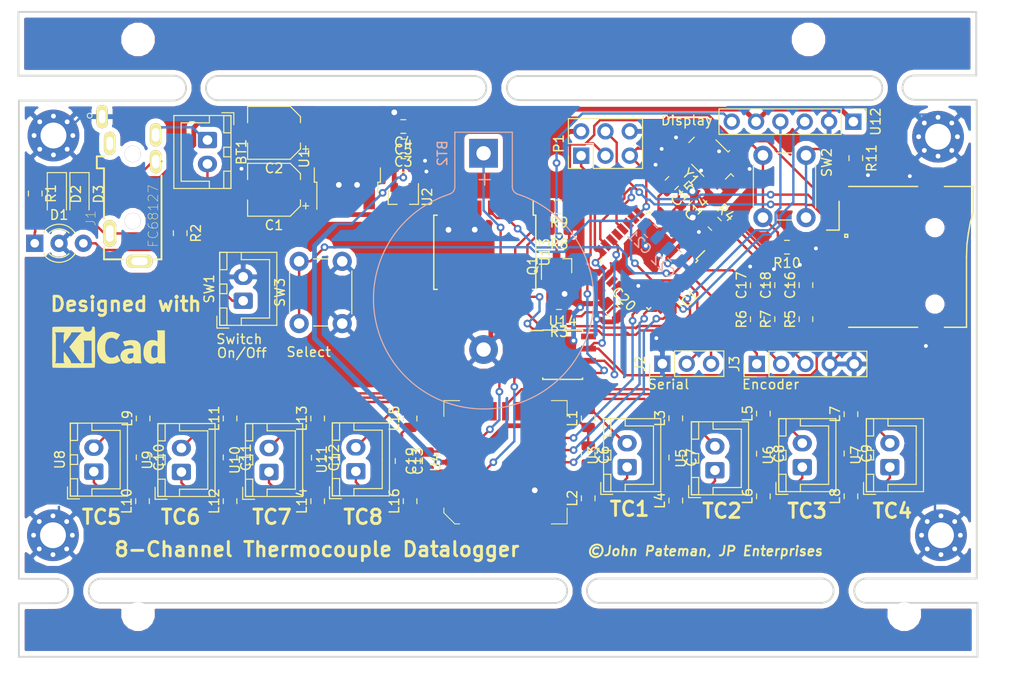
<source format=kicad_pcb>
(kicad_pcb (version 20171130) (host pcbnew "(5.0.2-4-gb601aea34)")
  (title_block (title "8-Channel Thermocouple Logger") (date 2017-09-06) (rev fc8d01) (company "JP Enterprises"))
  (layers (0 F.Cu signal) (31 B.Cu power) (34 B.Paste user) (35 F.Paste user) (36 B.SilkS user) (37 F.SilkS user) (38 B.Mask user) (39 F.Mask user) (44 Edge.Cuts user))
  (net 0 "")
  (net 1 "Net-(BT2-Pad1)")
  (net 2 GND)
  (net 3 5V0)
  (net 4 "/Thermocouple connectors/SB1")
  (net 5 "/Thermocouple connectors/SA1")
  (net 6 "/Thermocouple connectors/SA2")
  (net 7 "/Thermocouple connectors/SB2")
  (net 8 "/Thermocouple connectors/SB3")
  (net 9 "/Thermocouple connectors/SA3")
  (net 10 "/Thermocouple connectors/SB4")
  (net 11 "/Thermocouple connectors/SA4")
  (net 12 "/Thermocouple connectors/SB5")
  (net 13 "/Thermocouple connectors/SA5")
  (net 14 "/Thermocouple connectors/SB6")
  (net 15 "/Thermocouple connectors/SA6")
  (net 16 "/Thermocouple connectors/SA7")
  (net 17 "/Thermocouple connectors/SB7")
  (net 18 "/Thermocouple connectors/SA8")
  (net 19 "/Thermocouple connectors/SB8")
  (net 20 3V3)
  (net 21 ENC_SW)
  (net 22 ENC_A)
  (net 23 ENC_B/SW1)
  (net 24 DB_MUX)
  (net 25 DA_MUX)
  (net 26 9V0)
  (net 27 MISO)
  (net 28 SCK)
  (net 29 MOSI)
  (net 30 "Net-(D1-Pad3)")
  (net 31 "Net-(D1-Pad1)")
  (net 32 "Net-(L1-Pad2)")
  (net 33 "Net-(L2-Pad1)")
  (net 34 "Net-(L3-Pad2)")
  (net 35 "Net-(L4-Pad1)")
  (net 36 "Net-(L5-Pad2)")
  (net 37 "Net-(L6-Pad1)")
  (net 38 "Net-(L7-Pad2)")
  (net 39 "Net-(L8-Pad1)")
  (net 40 "Net-(L9-Pad2)")
  (net 41 "Net-(L10-Pad1)")
  (net 42 "Net-(L11-Pad2)")
  (net 43 "Net-(L12-Pad1)")
  (net 44 "Net-(L13-Pad2)")
  (net 45 "Net-(L14-Pad1)")
  (net 46 "Net-(L15-Pad2)")
  (net 47 "Net-(L16-Pad1)")
  (net 48 SCL)
  (net 49 SDA)
  (net 50 "Net-(Q1-Pad3)")
  (net 51 "Net-(D2-Pad2)")
  (net 52 "Net-(D3-Pad2)")
  (net 53 SS0)
  (net 54 Tx)
  (net 55 Rx)
  (net 56 B_LIGHT)
  (net 57 SLCT0)
  (net 58 SLCT1)
  (net 59 SLCT2)
  (net 60 "Net-(BT1-Pad2)")
  (net 61 "Net-(BT1-Pad1)")
  (net 62 "Net-(C14-Pad2)")
  (net 63 "Net-(C15-Pad2)")
  (net 64 RESET)
  (net 65 SS1)
  (net 66 "Net-(J3-Pad3)")
  (net 67 "Net-(J3-Pad2)")
  (net 68 "Net-(J3-Pad1)")
  (net 69 "Net-(R11-Pad1)")
  (net 70 "Net-(CON1-Pad8)")
  (net 71 "Net-(CON1-Pad9)")
  (net 72 "Net-(IC1-Pad22)")
  (net 73 "Net-(IC1-Pad20)")
  (net 74 "Net-(IC1-Pad19)")
  (net 75 "Net-(IC1-Pad13)")
  (net 76 "Net-(IC1-Pad11)")
  (net 77 "Net-(IC1-Pad10)")
  (net 78 "Net-(IC1-Pad9)")
  (net 79 "Net-(J1-Pad5)")
  (net 80 "Net-(J1-Pad6)")
  (net 81 "Net-(Q1-Pad1)")
  (net 82 "Net-(U13-Pad3)")
  (net 83 "Net-(U13-Pad1)")
  (module Capacitor_SMD:C_0805_2012Metric (layer F.Cu) (at 107.696 69.088 180)
    (fp_text reference C4 (at 0 -1.65 180) (layer F.SilkS))
    (fp_text value 10uF)
    (pad 2 smd roundrect (at 0.9375 0 180) (size 0.975 1.4) (layers F.Cu F.Paste F.Mask) (net 2 GND))
    (pad 1 smd roundrect (at -0.9375 0 180) (size 0.975 1.4) (layers F.Cu F.Paste F.Mask) (net 3 5V0))
  )
  (module Capacitor_SMD:C_0805_2012Metric (layer F.Cu) (at 127 103.378 270)
    (fp_text reference C6 (at 0 -1.65 270) (layer F.SilkS))
    (fp_text value 10nF)
    (pad 2 smd roundrect (at 0.9375 0 270) (size 0.975 1.4) (layers F.Cu F.Paste F.Mask) (net 4 "/Thermocouple connectors/SB1"))
    (pad 1 smd roundrect (at -0.9375 0 270) (size 0.975 1.4) (layers F.Cu F.Paste F.Mask) (net 5 "/Thermocouple connectors/SA1"))
  )
  (module Capacitor_SMD:C_0805_2012Metric (layer F.Cu) (at 107.696 71.12 180)
    (fp_text reference C3 (at 0 -1.65 180) (layer F.SilkS))
    (fp_text value 100nF)
    (pad 2 smd roundrect (at 0.9375 0 180) (size 0.975 1.4) (layers F.Cu F.Paste F.Mask) (net 2 GND))
    (pad 1 smd roundrect (at -0.9375 0 180) (size 0.975 1.4) (layers F.Cu F.Paste F.Mask) (net 3 5V0))
  )
  (module Capacitor_SMD:C_0805_2012Metric (layer F.Cu) (at 107.696 73.152)
    (fp_text reference C5 (at 0 -1.65) (layer F.SilkS))
    (fp_text value 1uF)
    (pad 2 smd roundrect (at 0.9375 0) (size 0.975 1.4) (layers F.Cu F.Paste F.Mask) (net 2 GND))
    (pad 1 smd roundrect (at -0.9375 0) (size 0.975 1.4) (layers F.Cu F.Paste F.Mask) (net 20 3V3))
  )
  (module Capacitor_SMD:C_0805_2012Metric (layer F.Cu) (at 136.144 103.648 270)
    (fp_text reference C7 (at 0 -1.65 270) (layer F.SilkS))
    (fp_text value 10nF)
    (pad 2 smd roundrect (at 0.9375 0 270) (size 0.975 1.4) (layers F.Cu F.Paste F.Mask) (net 7 "/Thermocouple connectors/SB2"))
    (pad 1 smd roundrect (at -0.9375 0 270) (size 0.975 1.4) (layers F.Cu F.Paste F.Mask) (net 6 "/Thermocouple connectors/SA2"))
  )
  (module Capacitor_SMD:C_0805_2012Metric (layer F.Cu) (at 145.288 103.251 270)
    (fp_text reference C8 (at 0 -1.65 270) (layer F.SilkS))
    (fp_text value 10nF)
    (pad 2 smd roundrect (at 0.9375 0 270) (size 0.975 1.4) (layers F.Cu F.Paste F.Mask) (net 8 "/Thermocouple connectors/SB3"))
    (pad 1 smd roundrect (at -0.9375 0 270) (size 0.975 1.4) (layers F.Cu F.Paste F.Mask) (net 9 "/Thermocouple connectors/SA3"))
  )
  (module Capacitor_SMD:C_0805_2012Metric (layer F.Cu) (at 154.432 103.2256 270)
    (fp_text reference C9 (at 0 -1.65 270) (layer F.SilkS))
    (fp_text value 10nF)
    (pad 2 smd roundrect (at 0.9375 0 270) (size 0.975 1.4) (layers F.Cu F.Paste F.Mask) (net 10 "/Thermocouple connectors/SB4"))
    (pad 1 smd roundrect (at -0.9375 0 270) (size 0.975 1.4) (layers F.Cu F.Paste F.Mask) (net 11 "/Thermocouple connectors/SA4"))
  )
  (module Capacitor_SMD:C_0805_2012Metric (layer F.Cu) (at 80.530428 103.632 270)
    (fp_text reference C10 (at 0 -1.65 270) (layer F.SilkS))
    (fp_text value 10nF)
    (pad 2 smd roundrect (at 0.9375 0 270) (size 0.975 1.4) (layers F.Cu F.Paste F.Mask) (net 12 "/Thermocouple connectors/SB5"))
    (pad 1 smd roundrect (at -0.9375 0 270) (size 0.975 1.4) (layers F.Cu F.Paste F.Mask) (net 13 "/Thermocouple connectors/SA5"))
  )
  (module Capacitor_SMD:C_0805_2012Metric (layer F.Cu) (at 89.6112 103.632 270)
    (fp_text reference C11 (at 0 -1.65 270) (layer F.SilkS))
    (fp_text value 10nF)
    (pad 2 smd roundrect (at 0.9375 0 270) (size 0.975 1.4) (layers F.Cu F.Paste F.Mask) (net 14 "/Thermocouple connectors/SB6"))
    (pad 1 smd roundrect (at -0.9375 0 270) (size 0.975 1.4) (layers F.Cu F.Paste F.Mask) (net 15 "/Thermocouple connectors/SA6"))
  )
  (module Capacitor_SMD:C_0805_2012Metric (layer F.Cu) (at 98.818428 103.65928 270)
    (fp_text reference C12 (at 0 -1.65 270) (layer F.SilkS))
    (fp_text value 10nF)
    (pad 2 smd roundrect (at 0.9375 0 270) (size 0.975 1.4) (layers F.Cu F.Paste F.Mask) (net 17 "/Thermocouple connectors/SB7"))
    (pad 1 smd roundrect (at -0.9375 0 270) (size 0.975 1.4) (layers F.Cu F.Paste F.Mask) (net 16 "/Thermocouple connectors/SA7"))
  )
  (module Capacitor_SMD:C_0805_2012Metric (layer F.Cu) (at 107.569 104.013 270)
    (fp_text reference C13 (at 0 -1.65 270) (layer F.SilkS))
    (fp_text value 10nF)
    (pad 2 smd roundrect (at 0.9375 0 270) (size 0.975 1.4) (layers F.Cu F.Paste F.Mask) (net 19 "/Thermocouple connectors/SB8"))
    (pad 1 smd roundrect (at -0.9375 0 270) (size 0.975 1.4) (layers F.Cu F.Paste F.Mask) (net 18 "/Thermocouple connectors/SA8"))
  )
  (module Inductor_SMD:L_0805_2012Metric (layer F.Cu) (at 89.6112 99.568 90)
    (fp_text reference L11 (at 0 -1.65 90) (layer F.SilkS))
    (fp_text value "100 Ohms 10MHz")
    (pad 2 smd roundrect (at 0.9375 0 90) (size 0.975 1.4) (layers F.Cu F.Paste F.Mask) (net 42 "Net-(L11-Pad2)"))
    (pad 1 smd roundrect (at -0.9375 0 90) (size 0.975 1.4) (layers F.Cu F.Paste F.Mask) (net 15 "/Thermocouple connectors/SA6"))
  )
  (module Inductor_SMD:L_0805_2012Metric (layer F.Cu) (at 80.530428 99.568 90)
    (fp_text reference L9 (at 0 -1.65 90) (layer F.SilkS))
    (fp_text value "100 Ohms 10MHz")
    (pad 2 smd roundrect (at 0.9375 0 90) (size 0.975 1.4) (layers F.Cu F.Paste F.Mask) (net 40 "Net-(L9-Pad2)"))
    (pad 1 smd roundrect (at -0.9375 0 90) (size 0.975 1.4) (layers F.Cu F.Paste F.Mask) (net 13 "/Thermocouple connectors/SA5"))
  )
  (module Inductor_SMD:L_0805_2012Metric (layer F.Cu) (at 154.432 107.696 90)
    (fp_text reference L8 (at 0 -1.65 90) (layer F.SilkS))
    (fp_text value "100 Ohms 10MHz")
    (pad 2 smd roundrect (at 0.9375 0 90) (size 0.975 1.4) (layers F.Cu F.Paste F.Mask) (net 10 "/Thermocouple connectors/SB4"))
    (pad 1 smd roundrect (at -0.9375 0 90) (size 0.975 1.4) (layers F.Cu F.Paste F.Mask) (net 39 "Net-(L8-Pad1)"))
  )
  (module Inductor_SMD:L_0805_2012Metric (layer F.Cu) (at 154.432 99.126 90)
    (fp_text reference L7 (at 0 -1.65 90) (layer F.SilkS))
    (fp_text value "100 Ohms 10MHz")
    (pad 2 smd roundrect (at 0.9375 0 90) (size 0.975 1.4) (layers F.Cu F.Paste F.Mask) (net 38 "Net-(L7-Pad2)"))
    (pad 1 smd roundrect (at -0.9375 0 90) (size 0.975 1.4) (layers F.Cu F.Paste F.Mask) (net 11 "/Thermocouple connectors/SA4"))
  )
  (module Inductor_SMD:L_0805_2012Metric (layer F.Cu) (at 145.288 107.696 90)
    (fp_text reference L6 (at 0 -1.65 90) (layer F.SilkS))
    (fp_text value "100 Ohms 10MHz")
    (pad 2 smd roundrect (at 0.9375 0 90) (size 0.975 1.4) (layers F.Cu F.Paste F.Mask) (net 8 "/Thermocouple connectors/SB3"))
    (pad 1 smd roundrect (at -0.9375 0 90) (size 0.975 1.4) (layers F.Cu F.Paste F.Mask) (net 37 "Net-(L6-Pad1)"))
  )
  (module Inductor_SMD:L_0805_2012Metric (layer F.Cu) (at 145.288 99.06 90)
    (fp_text reference L5 (at 0 -1.65 90) (layer F.SilkS))
    (fp_text value "100 Ohms 10MHz")
    (pad 2 smd roundrect (at 0.9375 0 90) (size 0.975 1.4) (layers F.Cu F.Paste F.Mask) (net 36 "Net-(L5-Pad2)"))
    (pad 1 smd roundrect (at -0.9375 0 90) (size 0.975 1.4) (layers F.Cu F.Paste F.Mask) (net 9 "/Thermocouple connectors/SA3"))
  )
  (module Inductor_SMD:L_0805_2012Metric (layer F.Cu) (at 136.144 108.138 90)
    (fp_text reference L4 (at 0 -1.65 90) (layer F.SilkS))
    (fp_text value "100 Ohms 10MHz")
    (pad 2 smd roundrect (at 0.9375 0 90) (size 0.975 1.4) (layers F.Cu F.Paste F.Mask) (net 7 "/Thermocouple connectors/SB2"))
    (pad 1 smd roundrect (at -0.9375 0 90) (size 0.975 1.4) (layers F.Cu F.Paste F.Mask) (net 35 "Net-(L4-Pad1)"))
  )
  (module Inductor_SMD:L_0805_2012Metric (layer F.Cu) (at 136.144 99.552 90)
    (fp_text reference L3 (at 0 -1.65 90) (layer F.SilkS))
    (fp_text value "100 Ohms 10MHz")
    (pad 2 smd roundrect (at 0.9375 0 90) (size 0.975 1.4) (layers F.Cu F.Paste F.Mask) (net 34 "Net-(L3-Pad2)"))
    (pad 1 smd roundrect (at -0.9375 0 90) (size 0.975 1.4) (layers F.Cu F.Paste F.Mask) (net 6 "/Thermocouple connectors/SA2"))
  )
  (module Inductor_SMD:L_0805_2012Metric (layer F.Cu) (at 127 107.8992 90)
    (fp_text reference L2 (at 0 -1.65 90) (layer F.SilkS))
    (fp_text value "100 Ohms 10MHz")
    (pad 2 smd roundrect (at 0.9375 0 90) (size 0.975 1.4) (layers F.Cu F.Paste F.Mask) (net 4 "/Thermocouple connectors/SB1"))
    (pad 1 smd roundrect (at -0.9375 0 90) (size 0.975 1.4) (layers F.Cu F.Paste F.Mask) (net 33 "Net-(L2-Pad1)"))
  )
  (module Inductor_SMD:L_0805_2012Metric (layer F.Cu) (at 127 99.568 90)
    (fp_text reference L1 (at 0 -1.65 90) (layer F.SilkS))
    (fp_text value "100 Ohms 10MHz")
    (pad 2 smd roundrect (at 0.9375 0 90) (size 0.975 1.4) (layers F.Cu F.Paste F.Mask) (net 32 "Net-(L1-Pad2)"))
    (pad 1 smd roundrect (at -0.9375 0 90) (size 0.975 1.4) (layers F.Cu F.Paste F.Mask) (net 5 "/Thermocouple connectors/SA1"))
  )
  (module Inductor_SMD:L_0805_2012Metric (layer F.Cu) (at 89.6112 108.204 90)
    (fp_text reference L12 (at 0 -1.65 90) (layer F.SilkS))
    (fp_text value "100 Ohms 10MHz")
    (pad 2 smd roundrect (at 0.9375 0 90) (size 0.975 1.4) (layers F.Cu F.Paste F.Mask) (net 14 "/Thermocouple connectors/SB6"))
    (pad 1 smd roundrect (at -0.9375 0 90) (size 0.975 1.4) (layers F.Cu F.Paste F.Mask) (net 43 "Net-(L12-Pad1)"))
  )
  (module Inductor_SMD:L_0805_2012Metric (layer F.Cu) (at 98.7552 99.568 90)
    (fp_text reference L13 (at 0 -1.65 90) (layer F.SilkS))
    (fp_text value "100 Ohms 10MHz")
    (pad 2 smd roundrect (at 0.9375 0 90) (size 0.975 1.4) (layers F.Cu F.Paste F.Mask) (net 44 "Net-(L13-Pad2)"))
    (pad 1 smd roundrect (at -0.9375 0 90) (size 0.975 1.4) (layers F.Cu F.Paste F.Mask) (net 16 "/Thermocouple connectors/SA7"))
  )
  (module Inductor_SMD:L_0805_2012Metric (layer F.Cu) (at 98.7552 108.204 90)
    (fp_text reference L14 (at 0 -1.65 90) (layer F.SilkS))
    (fp_text value "100 Ohms 10MHz")
    (pad 2 smd roundrect (at 0.9375 0 90) (size 0.975 1.4) (layers F.Cu F.Paste F.Mask) (net 17 "/Thermocouple connectors/SB7"))
    (pad 1 smd roundrect (at -0.9375 0 90) (size 0.975 1.4) (layers F.Cu F.Paste F.Mask) (net 45 "Net-(L14-Pad1)"))
  )
  (module Inductor_SMD:L_0805_2012Metric (layer F.Cu) (at 80.4672 108.204 90)
    (fp_text reference L10 (at 0 -1.65 90) (layer F.SilkS))
    (fp_text value "100 Ohms 10MHz")
    (pad 2 smd roundrect (at 0.9375 0 90) (size 0.975 1.4) (layers F.Cu F.Paste F.Mask) (net 12 "/Thermocouple connectors/SB5"))
    (pad 1 smd roundrect (at -0.9375 0 90) (size 0.975 1.4) (layers F.Cu F.Paste F.Mask) (net 41 "Net-(L10-Pad1)"))
  )
  (module Inductor_SMD:L_0805_2012Metric (layer F.Cu) (at 108.4072 108.204 90)
    (fp_text reference L16 (at 0 -1.65 90) (layer F.SilkS))
    (fp_text value "100 Ohms 10MHz")
    (pad 2 smd roundrect (at 0.9375 0 90) (size 0.975 1.4) (layers F.Cu F.Paste F.Mask) (net 19 "/Thermocouple connectors/SB8"))
    (pad 1 smd roundrect (at -0.9375 0 90) (size 0.975 1.4) (layers F.Cu F.Paste F.Mask) (net 47 "Net-(L16-Pad1)"))
  )
  (module Inductor_SMD:L_0805_2012Metric (layer F.Cu) (at 108.4072 99.568 90)
    (fp_text reference L15 (at 0 -1.65 90) (layer F.SilkS))
    (fp_text value "100 Ohms 10MHz")
    (pad 2 smd roundrect (at 0.9375 0 90) (size 0.975 1.4) (layers F.Cu F.Paste F.Mask) (net 46 "Net-(L15-Pad2)"))
    (pad 1 smd roundrect (at -0.9375 0 90) (size 0.975 1.4) (layers F.Cu F.Paste F.Mask) (net 18 "/Thermocouple connectors/SA8"))
  )
  (module Resistor_SMD:R_0805_2012Metric (layer F.Cu) (at 123.952 88.9 180)
    (fp_text reference R3 (at 0 -1.65 180) (layer F.SilkS))
    (fp_text value 10k)
    (pad 2 smd roundrect (at 0.9375 0 180) (size 0.975 1.4) (layers F.Cu F.Paste F.Mask) (net 81 "Net-(Q1-Pad1)"))
    (pad 1 smd roundrect (at -0.9375 0 180) (size 0.975 1.4) (layers F.Cu F.Paste F.Mask) (net 56 B_LIGHT))
  )
  (module Battery:BatteryHolder_Keystone_103_1x20mm (layer B.Cu) (at 116.078 71.882 270)
    (fp_text reference BT2 (at 0 4.3 270) (layer B.SilkS) (effects (justify mirror)))
    (fp_text value "3V [CR2032]")
    (fp_text user + (at 2.75 0 270) (layer B.SilkS) (effects (font (size 1.5 1.5)) (justify mirror)))
    (pad 1 thru_hole rect (at 0 0 270) (size 3 3) (drill 1.5) (layers *.Cu *.Mask) (net 1 "Net-(BT2-Pad1)"))
    (pad 2 thru_hole circle (at 20.49 0 270) (size 3 3) (drill 1.5) (layers *.Cu *.Mask) (net 2 GND))
  )
  (module Capacitor_SMD:CP_Elec_5x5.3 (layer F.Cu) (at 94.2 75.692 180)
    (fp_text reference C1 (at 0 -3.7 180) (layer F.SilkS))
    (fp_text value 100uF)
    (pad 2 smd roundrect (at 2.2 0 180) (size 3 1.6) (layers F.Cu F.Paste F.Mask) (roundrect_rratio 0.15625) (net 2 GND))
    (pad 1 smd roundrect (at -2.2 0 180) (size 3 1.6) (layers F.Cu F.Paste F.Mask) (roundrect_rratio 0.15625) (net 26 9V0))
  )
  (module Capacitor_SMD:CP_Elec_5x5.3 (layer F.Cu) (at 94.2 69.75 180)
    (fp_text reference C2 (at 0 -3.7 180) (layer F.SilkS))
    (fp_text value 100uF)
    (pad 2 smd roundrect (at 2.2 0 180) (size 3 1.6) (layers F.Cu F.Paste F.Mask) (roundrect_rratio 0.15625) (net 2 GND))
    (pad 1 smd roundrect (at -2.2 0 180) (size 3 1.6) (layers F.Cu F.Paste F.Mask) (roundrect_rratio 0.15625) (net 26 9V0))
  )
  (module Capacitor_SMD:C_0805_2012Metric (layer F.Cu) (at 129.54 88.265 315)
    (fp_text reference C20 (at 0 -1.65 315) (layer F.SilkS))
    (fp_text value 100nF)
    (pad 2 smd roundrect (at 0.937501 0 315) (size 0.975 1.4) (layers F.Cu F.Paste F.Mask) (net 2 GND))
    (pad 1 smd roundrect (at -0.937501 0 315) (size 0.975 1.4) (layers F.Cu F.Paste F.Mask) (net 20 3V3))
  )
  (module Capacitor_SMD:C_0805_2012Metric (layer F.Cu) (at 110.1852 104.013 90)
    (fp_text reference C19 (at 0 -1.65 90) (layer F.SilkS))
    (fp_text value 10nF)
    (pad 2 smd roundrect (at 0.9375 0 90) (size 0.975 1.4) (layers F.Cu F.Paste F.Mask) (net 25 DA_MUX))
    (pad 1 smd roundrect (at -0.9375 0 90) (size 0.975 1.4) (layers F.Cu F.Paste F.Mask) (net 24 DB_MUX))
  )
  (module Capacitor_SMD:C_0805_2012Metric (layer F.Cu) (at 147.193 85.6488 90)
    (fp_text reference C18 (at 0 -1.65 90) (layer F.SilkS))
    (fp_text value 100nF)
    (pad 2 smd roundrect (at 0.9375 0 90) (size 0.975 1.4) (layers F.Cu F.Paste F.Mask) (net 2 GND))
    (pad 1 smd roundrect (at -0.9375 0 90) (size 0.975 1.4) (layers F.Cu F.Paste F.Mask) (net 23 ENC_B/SW1))
  )
  (module Capacitor_SMD:C_0805_2012Metric (layer F.Cu) (at 144.653 85.6648 90)
    (fp_text reference C17 (at 0 -1.65 90) (layer F.SilkS))
    (fp_text value 100nF)
    (pad 2 smd roundrect (at 0.9375 0 90) (size 0.975 1.4) (layers F.Cu F.Paste F.Mask) (net 2 GND))
    (pad 1 smd roundrect (at -0.9375 0 90) (size 0.975 1.4) (layers F.Cu F.Paste F.Mask) (net 22 ENC_A))
  )
  (module Capacitor_SMD:C_0805_2012Metric (layer F.Cu) (at 149.733 85.6488 90)
    (fp_text reference C16 (at 0 -1.65 90) (layer F.SilkS))
    (fp_text value 100nF)
    (pad 2 smd roundrect (at 0.9375 0 90) (size 0.975 1.4) (layers F.Cu F.Paste F.Mask) (net 2 GND))
    (pad 1 smd roundrect (at -0.9375 0 90) (size 0.975 1.4) (layers F.Cu F.Paste F.Mask) (net 21 ENC_SW))
  )
  (module Capacitor_SMD:C_0805_2012Metric (layer F.Cu) (at 135.729973 74.999163 225)
    (fp_text reference C15 (at 0 -1.65 225) (layer F.SilkS))
    (fp_text value 10nF)
    (pad 2 smd roundrect (at 0.937501 0 225) (size 0.975 1.4) (layers F.Cu F.Paste F.Mask) (net 63 "Net-(C15-Pad2)"))
    (pad 1 smd roundrect (at -0.937501 0 225) (size 0.975 1.4) (layers F.Cu F.Paste F.Mask) (net 2 GND))
  )
  (module Capacitor_SMD:C_0805_2012Metric (layer F.Cu) (at 137.177773 76.548563 225)
    (fp_text reference C14 (at 0 -1.65 225) (layer F.SilkS))
    (fp_text value 10nF)
    (pad 2 smd roundrect (at 0.937501 0 225) (size 0.975 1.4) (layers F.Cu F.Paste F.Mask) (net 62 "Net-(C14-Pad2)"))
    (pad 1 smd roundrect (at -0.937501 0 225) (size 0.975 1.4) (layers F.Cu F.Paste F.Mask) (net 2 GND))
  )
  (module Capacitor_SMD:C_0805_2012Metric (layer B.Cu) (at 135.9916 82.4992 315)
    (fp_text reference C22 (at 0 1.65 315) (layer B.SilkS) (effects (justify mirror)))
    (fp_text value 100nF)
    (pad 2 smd roundrect (at 0.937501 0 315) (size 0.975 1.4) (layers B.Cu B.Paste B.Mask) (net 2 GND))
    (pad 1 smd roundrect (at -0.937501 0 315) (size 0.975 1.4) (layers B.Cu B.Paste B.Mask) (net 20 3V3))
  )
  (module Capacitor_SMD:C_0805_2012Metric (layer B.Cu) (at 133.5278 80.01 315)
    (fp_text reference C21 (at 0 1.65 315) (layer B.SilkS) (effects (justify mirror)))
    (fp_text value 100nF)
    (pad 2 smd roundrect (at 0.937501 0 315) (size 0.975 1.4) (layers B.Cu B.Paste B.Mask) (net 2 GND))
    (pad 1 smd roundrect (at -0.937501 0 315) (size 0.975 1.4) (layers B.Cu B.Paste B.Mask) (net 20 3V3))
  )
  (module Connector_PinHeader_2.54mm:PinHeader_1x03_P2.54mm_Vertical (layer F.Cu) (at 134.747 93.853 90)
    (fp_text reference J2 (at 0 -2.33 90) (layer F.SilkS))
    (fp_text value CONN_01X03)
    (pad 3 thru_hole oval (at 0 5.08 90) (size 1.7 1.7) (drill 1) (layers *.Cu *.Mask) (net 54 Tx))
    (pad 2 thru_hole oval (at 0 2.54 90) (size 1.7 1.7) (drill 1) (layers *.Cu *.Mask) (net 55 Rx))
    (pad 1 thru_hole rect (at 0 0 90) (size 1.7 1.7) (drill 1) (layers *.Cu *.Mask) (net 2 GND))
  )
  (module Crystal:Crystal_SMD_Abracon_ABM3B-4Pin_5.0x3.2mm (layer F.Cu) (at 139.7 72.39 135)
    (fp_text reference Y1 (at 0 -2.8 135) (layer F.SilkS))
    (fp_text value Crystal_8MHz)
    (pad 4 smd rect (at -2 -1.200001 135) (size 1.8 1.2) (layers F.Cu F.Paste F.Mask) (net 2 GND))
    (pad 3 smd rect (at 2 -1.200001 135) (size 1.8 1.2) (layers F.Cu F.Paste F.Mask) (net 63 "Net-(C15-Pad2)"))
    (pad 2 smd rect (at 2 1.200001 135) (size 1.8 1.2) (layers F.Cu F.Paste F.Mask) (net 2 GND))
    (pad 1 smd rect (at -2 1.200001 135) (size 1.8 1.2) (layers F.Cu F.Paste F.Mask) (net 62 "Net-(C14-Pad2)"))
  )
  (module Diode_SMD:D_SOD-123 (layer F.Cu) (at 73.8886 76.1492 270)
    (fp_text reference D3 (at 0 -2 270) (layer F.SilkS))
    (fp_text value 1N4448W-7-F)
    (pad 2 smd rect (at 1.65 0 270) (size 0.9 1.2) (layers F.Cu F.Paste F.Mask) (net 52 "Net-(D3-Pad2)"))
    (pad 1 smd rect (at -1.65 0 270) (size 0.9 1.2) (layers F.Cu F.Paste F.Mask) (net 26 9V0))
  )
  (module Diode_SMD:D_SOD-123 (layer F.Cu) (at 71.5264 76.1492 270)
    (fp_text reference D2 (at 0 -2 270) (layer F.SilkS))
    (fp_text value 1N4448W-7-F)
    (pad 2 smd rect (at 1.65 0 270) (size 0.9 1.2) (layers F.Cu F.Paste F.Mask) (net 51 "Net-(D2-Pad2)"))
    (pad 1 smd rect (at -1.65 0 270) (size 0.9 1.2) (layers F.Cu F.Paste F.Mask) (net 26 9V0))
  )
  (module LED_THT:LED_D3.0mm-3 (layer F.Cu) (at 69.215 81.28)
    (fp_text reference D1 (at 2.54 -2.96) (layer F.SilkS))
    (fp_text value LED_Dual_ACA)
    (pad 3 thru_hole circle (at 5.08 0) (size 1.8 1.8) (drill 0.9) (layers *.Cu *.Mask) (net 30 "Net-(D1-Pad3)"))
    (pad 2 thru_hole circle (at 2.54 0) (size 1.8 1.8) (drill 0.9) (layers *.Cu *.Mask) (net 2 GND))
    (pad 1 thru_hole rect (at 0 0) (size 1.8 1.8) (drill 0.9) (layers *.Cu *.Mask) (net 31 "Net-(D1-Pad1)"))
  )
  (module Package_LCC:PLCC-28 (layer F.Cu) (at 118.364 104.14 90)
    (fp_text reference U4 (at 0 -7.285 90) (layer F.SilkS))
    (fp_text value ADG407BPZ)
    (pad 25 smd rect (at 5.3225 -3.81 90) (size 1.925 0.7) (layers F.Cu F.Paste F.Mask) (net 16 "/Thermocouple connectors/SA7"))
    (pad 24 smd rect (at 5.3225 -2.54 90) (size 1.925 0.7) (layers F.Cu F.Paste F.Mask) (net 15 "/Thermocouple connectors/SA6"))
    (pad 23 smd rect (at 5.3225 -1.27 90) (size 1.925 0.7) (layers F.Cu F.Paste F.Mask) (net 13 "/Thermocouple connectors/SA5"))
    (pad 22 smd rect (at 5.3225 0 90) (size 1.925 0.7) (layers F.Cu F.Paste F.Mask) (net 11 "/Thermocouple connectors/SA4"))
    (pad 21 smd rect (at 5.3225 1.27 90) (size 1.925 0.7) (layers F.Cu F.Paste F.Mask) (net 9 "/Thermocouple connectors/SA3"))
    (pad 20 smd rect (at 5.3225 2.54 90) (size 1.925 0.7) (layers F.Cu F.Paste F.Mask) (net 6 "/Thermocouple connectors/SA2"))
    (pad 19 smd rect (at 5.3225 3.81 90) (size 1.925 0.7) (layers F.Cu F.Paste F.Mask) (net 5 "/Thermocouple connectors/SA1"))
    (pad 18 smd rect (at 3.81 5.3225 90) (size 0.7 1.925) (layers F.Cu F.Paste F.Mask) (net 3 5V0))
    (pad 17 smd rect (at 2.54 5.3225 90) (size 0.7 1.925) (layers F.Cu F.Paste F.Mask) (net 57 SLCT0))
    (pad 16 smd rect (at 1.27 5.3225 90) (size 0.7 1.925) (layers F.Cu F.Paste F.Mask) (net 58 SLCT1))
    (pad 15 smd rect (at 0 5.3225 90) (size 0.7 1.925) (layers F.Cu F.Paste F.Mask) (net 59 SLCT2))
    (pad 14 smd rect (at -1.27 5.3225 90) (size 0.7 1.925) (layers F.Cu F.Paste F.Mask))
    (pad 13 smd rect (at -2.54 5.3225 90) (size 0.7 1.925) (layers F.Cu F.Paste F.Mask))
    (pad 12 smd rect (at -3.81 5.3225 90) (size 0.7 1.925) (layers F.Cu F.Paste F.Mask) (net 2 GND))
    (pad 11 smd rect (at -5.3225 3.81 90) (size 1.925 0.7) (layers F.Cu F.Paste F.Mask) (net 4 "/Thermocouple connectors/SB1"))
    (pad 10 smd rect (at -5.3225 2.54 90) (size 1.925 0.7) (layers F.Cu F.Paste F.Mask) (net 7 "/Thermocouple connectors/SB2"))
    (pad 9 smd rect (at -5.3225 1.27 90) (size 1.925 0.7) (layers F.Cu F.Paste F.Mask) (net 8 "/Thermocouple connectors/SB3"))
    (pad 8 smd rect (at -5.3225 0 90) (size 1.925 0.7) (layers F.Cu F.Paste F.Mask) (net 10 "/Thermocouple connectors/SB4"))
    (pad 7 smd rect (at -5.3225 -1.27 90) (size 1.925 0.7) (layers F.Cu F.Paste F.Mask) (net 12 "/Thermocouple connectors/SB5"))
    (pad 6 smd rect (at -5.3225 -2.54 90) (size 1.925 0.7) (layers F.Cu F.Paste F.Mask) (net 14 "/Thermocouple connectors/SB6"))
    (pad 5 smd rect (at -5.3225 -3.81 90) (size 1.925 0.7) (layers F.Cu F.Paste F.Mask) (net 17 "/Thermocouple connectors/SB7"))
    (pad 26 smd rect (at 3.81 -5.3225 90) (size 0.7 1.925) (layers F.Cu F.Paste F.Mask) (net 18 "/Thermocouple connectors/SA8"))
    (pad 27 smd rect (at 2.54 -5.3225 90) (size 0.7 1.925) (layers F.Cu F.Paste F.Mask))
    (pad 28 smd rect (at 1.27 -5.3225 90) (size 0.7 1.925) (layers F.Cu F.Paste F.Mask) (net 25 DA_MUX))
    (pad 4 smd rect (at -3.81 -5.3225 90) (size 0.7 1.925) (layers F.Cu F.Paste F.Mask) (net 19 "/Thermocouple connectors/SB8"))
    (pad 3 smd rect (at -2.54 -5.3225 90) (size 0.7 1.925) (layers F.Cu F.Paste F.Mask))
    (pad 2 smd rect (at -1.27 -5.3225 90) (size 0.7 1.925) (layers F.Cu F.Paste F.Mask) (net 24 DB_MUX))
    (pad 1 smd rect (at 0 -5.3225 90) (size 0.7 1.925) (layers F.Cu F.Paste F.Mask) (net 3 5V0))
  )
  (module Package_QFP:LQFP-32_7x7mm_P0.8mm (layer F.Cu) (at 133.316973 83.076363 225)
    (fp_text reference IC1 (at 0 -5.85 225) (layer F.SilkS))
    (fp_text value ATMEGA328-P)
    (pad 32 smd rect (at -2.8 -4.25 315) (size 1.2 0.6) (layers F.Cu F.Paste F.Mask) (net 22 ENC_A))
    (pad 31 smd rect (at -2 -4.25 315) (size 1.2 0.6) (layers F.Cu F.Paste F.Mask) (net 54 Tx))
    (pad 30 smd rect (at -1.2 -4.25 315) (size 1.2 0.6) (layers F.Cu F.Paste F.Mask) (net 55 Rx))
    (pad 29 smd rect (at -0.4 -4.25 315) (size 1.2 0.6) (layers F.Cu F.Paste F.Mask) (net 64 RESET))
    (pad 28 smd rect (at 0.4 -4.25 315) (size 1.2 0.6) (layers F.Cu F.Paste F.Mask) (net 48 SCL))
    (pad 27 smd rect (at 1.2 -4.25 315) (size 1.2 0.6) (layers F.Cu F.Paste F.Mask) (net 49 SDA))
    (pad 26 smd rect (at 2 -4.25 315) (size 1.2 0.6) (layers F.Cu F.Paste F.Mask) (net 59 SLCT2))
    (pad 25 smd rect (at 2.8 -4.25 315) (size 1.2 0.6) (layers F.Cu F.Paste F.Mask) (net 58 SLCT1))
    (pad 24 smd rect (at 4.25 -2.8 225) (size 1.2 0.6) (layers F.Cu F.Paste F.Mask) (net 57 SLCT0))
    (pad 23 smd rect (at 4.25 -2 225) (size 1.2 0.6) (layers F.Cu F.Paste F.Mask) (net 56 B_LIGHT))
    (pad 22 smd rect (at 4.25 -1.2 225) (size 1.2 0.6) (layers F.Cu F.Paste F.Mask) (net 72 "Net-(IC1-Pad22)"))
    (pad 21 smd rect (at 4.25 -0.4 225) (size 1.2 0.6) (layers F.Cu F.Paste F.Mask) (net 2 GND))
    (pad 20 smd rect (at 4.25 0.4 225) (size 1.2 0.6) (layers F.Cu F.Paste F.Mask) (net 73 "Net-(IC1-Pad20)"))
    (pad 19 smd rect (at 4.25 1.2 225) (size 1.2 0.6) (layers F.Cu F.Paste F.Mask) (net 74 "Net-(IC1-Pad19)"))
    (pad 18 smd rect (at 4.25 2 225) (size 1.2 0.6) (layers F.Cu F.Paste F.Mask) (net 20 3V3))
    (pad 17 smd rect (at 4.25 2.8 225) (size 1.2 0.6) (layers F.Cu F.Paste F.Mask) (net 28 SCK))
    (pad 16 smd rect (at 2.8 4.25 315) (size 1.2 0.6) (layers F.Cu F.Paste F.Mask) (net 27 MISO))
    (pad 15 smd rect (at 2 4.25 315) (size 1.2 0.6) (layers F.Cu F.Paste F.Mask) (net 29 MOSI))
    (pad 14 smd rect (at 1.2 4.25 315) (size 1.2 0.6) (layers F.Cu F.Paste F.Mask) (net 65 SS1))
    (pad 13 smd rect (at 0.4 4.25 315) (size 1.2 0.6) (layers F.Cu F.Paste F.Mask) (net 75 "Net-(IC1-Pad13)"))
    (pad 12 smd rect (at -0.4 4.25 315) (size 1.2 0.6) (layers F.Cu F.Paste F.Mask) (net 53 SS0))
    (pad 11 smd rect (at -1.2 4.25 315) (size 1.2 0.6) (layers F.Cu F.Paste F.Mask) (net 76 "Net-(IC1-Pad11)"))
    (pad 10 smd rect (at -2 4.25 315) (size 1.2 0.6) (layers F.Cu F.Paste F.Mask) (net 77 "Net-(IC1-Pad10)"))
    (pad 9 smd rect (at -2.8 4.25 315) (size 1.2 0.6) (layers F.Cu F.Paste F.Mask) (net 78 "Net-(IC1-Pad9)"))
    (pad 8 smd rect (at -4.25 2.8 225) (size 1.2 0.6) (layers F.Cu F.Paste F.Mask) (net 63 "Net-(C15-Pad2)"))
    (pad 7 smd rect (at -4.25 2 225) (size 1.2 0.6) (layers F.Cu F.Paste F.Mask) (net 62 "Net-(C14-Pad2)"))
    (pad 6 smd rect (at -4.25 1.2 225) (size 1.2 0.6) (layers F.Cu F.Paste F.Mask) (net 20 3V3))
    (pad 5 smd rect (at -4.25 0.4 225) (size 1.2 0.6) (layers F.Cu F.Paste F.Mask) (net 2 GND))
    (pad 4 smd rect (at -4.25 -0.4 225) (size 1.2 0.6) (layers F.Cu F.Paste F.Mask) (net 20 3V3))
    (pad 3 smd rect (at -4.25 -1.2 225) (size 1.2 0.6) (layers F.Cu F.Paste F.Mask) (net 2 GND))
    (pad 2 smd rect (at -4.25 -2 225) (size 1.2 0.6) (layers F.Cu F.Paste F.Mask) (net 21 ENC_SW))
    (pad 1 smd rect (at -4.25 -2.8 225) (size 1.2 0.6) (layers F.Cu F.Paste F.Mask) (net 23 ENC_B/SW1))
  )
  (module Package_TO_SOT_SMD:SOT-23 (layer F.Cu) (at 107.696 76.454 270)
    (fp_text reference U2 (at 0 -2.5 270) (layer F.SilkS))
    (fp_text value RT9166-33GVL)
    (pad 3 smd rect (at 1 0 270) (size 0.9 0.8) (layers F.Cu F.Paste F.Mask) (net 26 9V0))
    (pad 2 smd rect (at -1 0.95 270) (size 0.9 0.8) (layers F.Cu F.Paste F.Mask) (net 20 3V3))
    (pad 1 smd rect (at -1 -0.95 270) (size 0.9 0.8) (layers F.Cu F.Paste F.Mask) (net 2 GND))
  )
  (module Resistor_SMD:R_0805_2012Metric (layer F.Cu) (at 69.2658 76.0832 270)
    (fp_text reference R1 (at 0 -1.65 270) (layer F.SilkS))
    (fp_text value 750R)
    (pad 2 smd roundrect (at 0.9375 0 270) (size 0.975 1.4) (layers F.Cu F.Paste F.Mask) (net 31 "Net-(D1-Pad1)"))
    (pad 1 smd roundrect (at -0.9375 0 270) (size 0.975 1.4) (layers F.Cu F.Paste F.Mask) (net 51 "Net-(D2-Pad2)"))
  )
  (module Resistor_SMD:R_0805_2012Metric (layer F.Cu) (at 84.40166 80.2259 270)
    (fp_text reference R2 (at 0 -1.65 270) (layer F.SilkS))
    (fp_text value 750R)
    (pad 2 smd roundrect (at 0.9375 0 270) (size 0.975 1.4) (layers F.Cu F.Paste F.Mask) (net 30 "Net-(D1-Pad3)"))
    (pad 1 smd roundrect (at -0.9375 0 270) (size 0.975 1.4) (layers F.Cu F.Paste F.Mask) (net 52 "Net-(D3-Pad2)"))
  )
  (module Resistor_SMD:R_0805_2012Metric (layer F.Cu) (at 140.208 79.248 315)
    (fp_text reference R4 (at 0 -1.65 315) (layer F.SilkS))
    (fp_text value 10k)
    (pad 2 smd roundrect (at 0.937501 0 315) (size 0.975 1.4) (layers F.Cu F.Paste F.Mask) (net 23 ENC_B/SW1))
    (pad 1 smd roundrect (at -0.937501 0 315) (size 0.975 1.4) (layers F.Cu F.Paste F.Mask) (net 20 3V3))
  )
  (module Resistor_SMD:R_0805_2012Metric (layer F.Cu) (at 149.733 89.2048 90)
    (fp_text reference R5 (at 0 -1.65 90) (layer F.SilkS))
    (fp_text value 22k)
    (pad 2 smd roundrect (at 0.9375 0 90) (size 0.975 1.4) (layers F.Cu F.Paste F.Mask) (net 21 ENC_SW))
    (pad 1 smd roundrect (at -0.9375 0 90) (size 0.975 1.4) (layers F.Cu F.Paste F.Mask) (net 68 "Net-(J3-Pad1)"))
  )
  (module Resistor_SMD:R_0805_2012Metric (layer F.Cu) (at 144.653 89.2048 90)
    (fp_text reference R6 (at 0 -1.65 90) (layer F.SilkS))
    (fp_text value 22k)
    (pad 2 smd roundrect (at 0.9375 0 90) (size 0.975 1.4) (layers F.Cu F.Paste F.Mask) (net 22 ENC_A))
    (pad 1 smd roundrect (at -0.9375 0 90) (size 0.975 1.4) (layers F.Cu F.Paste F.Mask) (net 67 "Net-(J3-Pad2)"))
  )
  (module Resistor_SMD:R_0805_2012Metric (layer F.Cu) (at 147.193 89.2048 90)
    (fp_text reference R7 (at 0 -1.65 90) (layer F.SilkS))
    (fp_text value 22k)
    (pad 2 smd roundrect (at 0.9375 0 90) (size 0.975 1.4) (layers F.Cu F.Paste F.Mask) (net 23 ENC_B/SW1))
    (pad 1 smd roundrect (at -0.9375 0 90) (size 0.975 1.4) (layers F.Cu F.Paste F.Mask) (net 66 "Net-(J3-Pad3)"))
  )
  (module Resistor_SMD:R_0805_2012Metric (layer F.Cu) (at 123.97232 79.7052 180)
    (fp_text reference R8 (at 0 -1.65 180) (layer F.SilkS))
    (fp_text value 4.7k)
    (pad 2 smd roundrect (at 0.9375 0 180) (size 0.975 1.4) (layers F.Cu F.Paste F.Mask) (net 48 SCL))
    (pad 1 smd roundrect (at -0.9375 0 180) (size 0.975 1.4) (layers F.Cu F.Paste F.Mask) (net 20 3V3))
  )
  (module Resistor_SMD:R_0805_2012Metric (layer F.Cu) (at 123.952 77.47 180)
    (fp_text reference R9 (at 0 -1.65 180) (layer F.SilkS))
    (fp_text value 4.7k)
    (pad 2 smd roundrect (at 0.9375 0 180) (size 0.975 1.4) (layers F.Cu F.Paste F.Mask) (net 49 SDA))
    (pad 1 smd roundrect (at -0.9375 0 180) (size 0.975 1.4) (layers F.Cu F.Paste F.Mask) (net 20 3V3))
  )
  (module Resistor_SMD:R_0805_2012Metric (layer F.Cu) (at 147.7518 81.6864 180)
    (fp_text reference R10 (at 0 -1.65 180) (layer F.SilkS))
    (fp_text value 10k)
    (pad 2 smd roundrect (at 0.9375 0 180) (size 0.975 1.4) (layers F.Cu F.Paste F.Mask) (net 64 RESET))
    (pad 1 smd roundrect (at -0.9375 0 180) (size 0.975 1.4) (layers F.Cu F.Paste F.Mask) (net 20 3V3))
  )
  (module Resistor_SMD:R_0805_2012Metric (layer F.Cu) (at 154.94 72.39 270)
    (fp_text reference R11 (at 0 -1.65 270) (layer F.SilkS))
    (fp_text value 330R)
    (pad 2 smd roundrect (at 0.9375 0 270) (size 0.975 1.4) (layers F.Cu F.Paste F.Mask) (net 2 GND))
    (pad 1 smd roundrect (at -0.9375 0 270) (size 0.975 1.4) (layers F.Cu F.Paste F.Mask) (net 69 "Net-(R11-Pad1)"))
  )
  (module Connector_JST:JST_XH_B02B-XH-A_1x02_P2.50mm_Vertical (layer F.Cu) (at 131.064 104.648 90)
    (fp_text reference U3 (at 1.25 -3.55 90) (layer F.SilkS))
    (fp_text value TC_Connector)
    (pad 2 thru_hole oval (at 2.5 0 90) (size 1.7 2) (drill 1) (layers *.Cu *.Mask) (net 32 "Net-(L1-Pad2)"))
    (pad 1 thru_hole roundrect (at 0 0 90) (size 1.7 2) (drill 1) (layers *.Cu *.Mask) (roundrect_rratio 0.147059) (net 33 "Net-(L2-Pad1)"))
  )
  (module Connector_JST:JST_XH_B02B-XH-A_1x02_P2.50mm_Vertical (layer F.Cu) (at 140.2334 104.9782 90)
    (fp_text reference U5 (at 1.25 -3.55 90) (layer F.SilkS))
    (fp_text value TC_Connector)
    (pad 2 thru_hole oval (at 2.5 0 90) (size 1.7 2) (drill 1) (layers *.Cu *.Mask) (net 34 "Net-(L3-Pad2)"))
    (pad 1 thru_hole roundrect (at 0 0 90) (size 1.7 2) (drill 1) (layers *.Cu *.Mask) (roundrect_rratio 0.147059) (net 35 "Net-(L4-Pad1)"))
  )
  (module Connector_JST:JST_XH_B02B-XH-A_1x02_P2.50mm_Vertical (layer F.Cu) (at 149.352 104.648 90)
    (fp_text reference U6 (at 1.25 -3.55 90) (layer F.SilkS))
    (fp_text value TC_Connector)
    (pad 2 thru_hole oval (at 2.5 0 90) (size 1.7 2) (drill 1) (layers *.Cu *.Mask) (net 36 "Net-(L5-Pad2)"))
    (pad 1 thru_hole roundrect (at 0 0 90) (size 1.7 2) (drill 1) (layers *.Cu *.Mask) (roundrect_rratio 0.147059) (net 37 "Net-(L6-Pad1)"))
  )
  (module Connector_JST:JST_XH_B02B-XH-A_1x02_P2.50mm_Vertical (layer F.Cu) (at 158.496 104.648 90)
    (fp_text reference U7 (at 1.25 -3.55 90) (layer F.SilkS))
    (fp_text value TC_Connector)
    (pad 2 thru_hole oval (at 2.5 0 90) (size 1.7 2) (drill 1) (layers *.Cu *.Mask) (net 38 "Net-(L7-Pad2)"))
    (pad 1 thru_hole roundrect (at 0 0 90) (size 1.7 2) (drill 1) (layers *.Cu *.Mask) (roundrect_rratio 0.147059) (net 39 "Net-(L8-Pad1)"))
  )
  (module Connector_JST:JST_XH_B02B-XH-A_1x02_P2.50mm_Vertical (layer F.Cu) (at 75.3872 105.116 90)
    (fp_text reference U8 (at 1.25 -3.55 90) (layer F.SilkS))
    (fp_text value TC_Connector)
    (pad 2 thru_hole oval (at 2.5 0 90) (size 1.7 2) (drill 1) (layers *.Cu *.Mask) (net 40 "Net-(L9-Pad2)"))
    (pad 1 thru_hole roundrect (at 0 0 90) (size 1.7 2) (drill 1) (layers *.Cu *.Mask) (roundrect_rratio 0.147059) (net 41 "Net-(L10-Pad1)"))
  )
  (module Connector_JST:JST_XH_B02B-XH-A_1x02_P2.50mm_Vertical (layer F.Cu) (at 84.5312 105.156 90)
    (fp_text reference U9 (at 1.25 -3.55 90) (layer F.SilkS))
    (fp_text value TC_Connector)
    (pad 2 thru_hole oval (at 2.5 0 90) (size 1.7 2) (drill 1) (layers *.Cu *.Mask) (net 42 "Net-(L11-Pad2)"))
    (pad 1 thru_hole roundrect (at 0 0 90) (size 1.7 2) (drill 1) (layers *.Cu *.Mask) (roundrect_rratio 0.147059) (net 43 "Net-(L12-Pad1)"))
  )
  (module Connector_JST:JST_XH_B02B-XH-A_1x02_P2.50mm_Vertical (layer F.Cu) (at 93.6752 105.156 90)
    (fp_text reference U10 (at 1.25 -3.55 90) (layer F.SilkS))
    (fp_text value TC_Connector)
    (pad 2 thru_hole oval (at 2.5 0 90) (size 1.7 2) (drill 1) (layers *.Cu *.Mask) (net 44 "Net-(L13-Pad2)"))
    (pad 1 thru_hole roundrect (at 0 0 90) (size 1.7 2) (drill 1) (layers *.Cu *.Mask) (roundrect_rratio 0.147059) (net 45 "Net-(L14-Pad1)"))
  )
  (module Connector_JST:JST_XH_B02B-XH-A_1x02_P2.50mm_Vertical (layer F.Cu) (at 102.743 105.0906 90)
    (fp_text reference U11 (at 1.25 -3.55 90) (layer F.SilkS))
    (fp_text value TC_Connector)
    (pad 2 thru_hole oval (at 2.5 0 90) (size 1.7 2) (drill 1) (layers *.Cu *.Mask) (net 46 "Net-(L15-Pad2)"))
    (pad 1 thru_hole roundrect (at 0 0 90) (size 1.7 2) (drill 1) (layers *.Cu *.Mask) (roundrect_rratio 0.147059) (net 47 "Net-(L16-Pad1)"))
  )
  (module Connector_JST:JST_XH_B02B-XH-A_1x02_P2.50mm_Vertical (layer F.Cu) (at 90.9828 87.2852 90)
    (fp_text reference SW1 (at 1.25 -3.55 90) (layer F.SilkS))
    (fp_text value SW_SPST)
    (pad 2 thru_hole oval (at 2.5 0 90) (size 1.7 2) (drill 1) (layers *.Cu *.Mask) (net 2 GND))
    (pad 1 thru_hole roundrect (at 0 0 90) (size 1.7 2) (drill 1) (layers *.Cu *.Mask) (roundrect_rratio 0.147059) (net 60 "Net-(BT1-Pad2)"))
  )
  (module Connector_JST:JST_XH_B02B-XH-A_1x02_P2.50mm_Vertical (layer F.Cu) (at 87.25 70.5 270)
    (fp_text reference BT1 (at 1.25 -3.55 270) (layer F.SilkS))
    (fp_text value Battery)
    (pad 2 thru_hole oval (at 2.5 0 270) (size 1.7 2) (drill 1) (layers *.Cu *.Mask) (net 60 "Net-(BT1-Pad2)"))
    (pad 1 thru_hole roundrect (at 0 0 270) (size 1.7 2) (drill 1) (layers *.Cu *.Mask) (roundrect_rratio 0.147059) (net 61 "Net-(BT1-Pad1)"))
  )
  (module Connector_PinHeader_2.54mm:PinHeader_1x05_P2.54mm_Vertical (layer F.Cu) (at 144.6022 93.8784 90)
    (fp_text reference J3 (at 0 -2.33 90) (layer F.SilkS))
    (fp_text value CONN_01X05)
    (pad 5 thru_hole oval (at 0 10.16 90) (size 1.7 1.7) (drill 1) (layers *.Cu *.Mask) (net 2 GND))
    (pad 4 thru_hole oval (at 0 7.62 90) (size 1.7 1.7) (drill 1) (layers *.Cu *.Mask) (net 2 GND))
    (pad 3 thru_hole oval (at 0 5.08 90) (size 1.7 1.7) (drill 1) (layers *.Cu *.Mask) (net 66 "Net-(J3-Pad3)"))
    (pad 2 thru_hole oval (at 0 2.54 90) (size 1.7 1.7) (drill 1) (layers *.Cu *.Mask) (net 67 "Net-(J3-Pad2)"))
    (pad 1 thru_hole rect (at 0 0 90) (size 1.7 1.7) (drill 1) (layers *.Cu *.Mask) (net 68 "Net-(J3-Pad1)"))
  )
  (module Connector_PinHeader_2.54mm:PinHeader_2x03_P2.54mm_Vertical (layer F.Cu) (at 126.2634 72.136 90)
    (fp_text reference P1 (at 1.27 -2.33 90) (layer F.SilkS))
    (fp_text value Conn_02x03_Top_Bottom)
    (pad 6 thru_hole oval (at 2.54 5.08 90) (size 1.7 1.7) (drill 1) (layers *.Cu *.Mask) (net 2 GND))
    (pad 5 thru_hole oval (at 0 5.08 90) (size 1.7 1.7) (drill 1) (layers *.Cu *.Mask) (net 64 RESET))
    (pad 4 thru_hole oval (at 2.54 2.54 90) (size 1.7 1.7) (drill 1) (layers *.Cu *.Mask) (net 29 MOSI))
    (pad 3 thru_hole oval (at 0 2.54 90) (size 1.7 1.7) (drill 1) (layers *.Cu *.Mask) (net 28 SCK))
    (pad 2 thru_hole oval (at 2.54 0 90) (size 1.7 1.7) (drill 1) (layers *.Cu *.Mask) (net 20 3V3))
    (pad 1 thru_hole rect (at 0 0 90) (size 1.7 1.7) (drill 1) (layers *.Cu *.Mask) (net 27 MISO))
  )
  (module JP_Connectors:Conn_uSDcard (layer F.Cu) (at 163.195 82.7 90)
    (fp_text reference CON1)
    (fp_text value SD_Card)
    (pad 6 smd rect (at 7.75 -0.4 90) (size 1.2 2.2) (layers F.Cu F.Paste F.Mask) (net 2 GND))
    (pad 6 smd rect (at -7.75 -0.4 90) (size 1.2 2.2) (layers F.Cu F.Paste F.Mask) (net 2 GND))
    (pad 6 smd rect (at 6.85 -10 90) (size 1.6 1.4) (layers F.Cu F.Paste F.Mask) (net 2 GND))
    (pad 6 smd rect (at -7.75 -10 90) (size 1.2 1.4) (layers F.Cu F.Paste F.Mask) (net 2 GND))
    (pad 9 smd rect (at -6.6 -10.5 90) (size 0.7 1.6) (layers F.Cu F.Paste F.Mask) (net 71 "Net-(CON1-Pad9)"))
    (pad 7 smd rect (at -4.4 -10.5 90) (size 0.7 1.6) (layers F.Cu F.Paste F.Mask) (net 27 MISO))
    (pad 8 smd rect (at -5.5 -10.5 90) (size 0.7 1.6) (layers F.Cu F.Paste F.Mask) (net 70 "Net-(CON1-Pad8)"))
    (pad 6 smd rect (at -3.3 -10.5 90) (size 0.7 1.6) (layers F.Cu F.Paste F.Mask) (net 2 GND))
    (pad 5 smd rect (at -2.2 -10.5 90) (size 0.7 1.6) (layers F.Cu F.Paste F.Mask) (net 28 SCK))
    (pad 4 smd rect (at -1.1 -10.5 90) (size 0.7 1.6) (layers F.Cu F.Paste F.Mask) (net 20 3V3))
    (pad 1 smd rect (at 2.2 -10.5 90) (size 0.7 1.6) (layers F.Cu F.Paste F.Mask) (net 53 SS0))
    (pad 2 smd rect (at 1.1 -10.5 90) (size 0.7 1.6) (layers F.Cu F.Paste F.Mask) (net 29 MOSI))
    (pad "" np_thru_hole circle (at 3.05 0 90) (size 1 1) (drill 1) (layers *.Cu))
    (pad "" np_thru_hole circle (at -4.93 0 90) (size 1 1) (drill 1) (layers *.Cu))
    (pad 3 smd rect (at 0 -10.5 90) (size 0.7 1.6) (layers F.Cu F.Paste F.Mask) (net 2 GND))
  )
  (module Package_SO:SOIC-16W_7.5x10.3mm_P1.27mm (layer F.Cu) (at 116.205 82.218 270)
    (fp_text reference U13 (at 0 -6.25 270) (layer F.SilkS))
    (fp_text value DS3231M)
    (pad 16 smd rect (at 4.65 -4.445 270) (size 1.5 0.6) (layers F.Cu F.Paste F.Mask) (net 48 SCL))
    (pad 15 smd rect (at 4.65 -3.175 270) (size 1.5 0.6) (layers F.Cu F.Paste F.Mask) (net 49 SDA))
    (pad 14 smd rect (at 4.65 -1.905 270) (size 1.5 0.6) (layers F.Cu F.Paste F.Mask) (net 1 "Net-(BT2-Pad1)"))
    (pad 13 smd rect (at 4.65 -0.635 270) (size 1.5 0.6) (layers F.Cu F.Paste F.Mask) (net 2 GND))
    (pad 12 smd rect (at 4.65 0.635 270) (size 1.5 0.6) (layers F.Cu F.Paste F.Mask) (net 2 GND))
    (pad 11 smd rect (at 4.65 1.905 270) (size 1.5 0.6) (layers F.Cu F.Paste F.Mask) (net 2 GND))
    (pad 10 smd rect (at 4.65 3.175 270) (size 1.5 0.6) (layers F.Cu F.Paste F.Mask) (net 2 GND))
    (pad 9 smd rect (at 4.65 4.445 270) (size 1.5 0.6) (layers F.Cu F.Paste F.Mask) (net 2 GND))
    (pad 8 smd rect (at -4.65 4.445 270) (size 1.5 0.6) (layers F.Cu F.Paste F.Mask) (net 2 GND))
    (pad 7 smd rect (at -4.65 3.175 270) (size 1.5 0.6) (layers F.Cu F.Paste F.Mask) (net 2 GND))
    (pad 6 smd rect (at -4.65 1.905 270) (size 1.5 0.6) (layers F.Cu F.Paste F.Mask) (net 2 GND))
    (pad 5 smd rect (at -4.65 0.635 270) (size 1.5 0.6) (layers F.Cu F.Paste F.Mask) (net 2 GND))
    (pad 4 smd rect (at -4.65 -0.635 270) (size 1.5 0.6) (layers F.Cu F.Paste F.Mask) (net 64 RESET))
    (pad 3 smd rect (at -4.65 -1.905 270) (size 1.5 0.6) (layers F.Cu F.Paste F.Mask) (net 82 "Net-(U13-Pad3)"))
    (pad 2 smd rect (at -4.65 -3.175 270) (size 1.5 0.6) (layers F.Cu F.Paste F.Mask) (net 20 3V3))
    (pad 1 smd rect (at -4.65 -4.445 270) (size 1.5 0.6) (layers F.Cu F.Paste F.Mask) (net 83 "Net-(U13-Pad1)"))
  )
  (module Package_SO:SOIC-8_3.9x4.9mm_P1.27mm (layer F.Cu) (at 124.333 92.9132)
    (fp_text reference U14 (at 0 -3.5) (layer F.SilkS))
    (fp_text value MAX31855KASA)
    (pad 8 smd rect (at 2.7 -1.905) (size 1.55 0.6) (layers F.Cu F.Paste F.Mask))
    (pad 7 smd rect (at 2.7 -0.635) (size 1.55 0.6) (layers F.Cu F.Paste F.Mask) (net 27 MISO))
    (pad 6 smd rect (at 2.7 0.635) (size 1.55 0.6) (layers F.Cu F.Paste F.Mask) (net 65 SS1))
    (pad 5 smd rect (at 2.7 1.905) (size 1.55 0.6) (layers F.Cu F.Paste F.Mask) (net 28 SCK))
    (pad 4 smd rect (at -2.7 1.905) (size 1.55 0.6) (layers F.Cu F.Paste F.Mask) (net 20 3V3))
    (pad 3 smd rect (at -2.7 0.635) (size 1.55 0.6) (layers F.Cu F.Paste F.Mask) (net 24 DB_MUX))
    (pad 2 smd rect (at -2.7 -0.635) (size 1.55 0.6) (layers F.Cu F.Paste F.Mask) (net 25 DA_MUX))
    (pad 1 smd rect (at -2.7 -1.905) (size 1.55 0.6) (layers F.Cu F.Paste F.Mask) (net 2 GND))
  )
  (module Package_TO_SOT_SMD:SOT-23 (layer F.Cu) (at 123.698 83.65236 90)
    (fp_text reference Q1 (at 0 -2.5 90) (layer F.SilkS))
    (fp_text value MMBT3904LT1G)
    (pad 3 smd rect (at 1 0 90) (size 0.9 0.8) (layers F.Cu F.Paste F.Mask) (net 50 "Net-(Q1-Pad3)"))
    (pad 2 smd rect (at -1 0.95 90) (size 0.9 0.8) (layers F.Cu F.Paste F.Mask) (net 2 GND))
    (pad 1 smd rect (at -1 -0.95 90) (size 0.9 0.8) (layers F.Cu F.Paste F.Mask) (net 81 "Net-(Q1-Pad1)"))
  )
  (module Package_TO_SOT_SMD:TO-252-3_TabPin4 (layer F.Cu) (at 101.854 72.4326 90)
    (fp_text reference U1 (at 0 -4.5 90) (layer F.SilkS))
    (fp_text value LF50_TO252)
    (pad 4 smd rect (at 2.1 0 90) (size 6.4 5.8) (layers F.Cu F.Mask))
    (pad 3 smd rect (at -4.2 2.28 90) (size 2.2 1.2) (layers F.Cu F.Paste F.Mask) (net 3 5V0))
    (pad 2 smd rect (at -4.2 0 90) (size 2.2 1.2) (layers F.Cu F.Paste F.Mask) (net 2 GND))
    (pad 1 smd rect (at -4.2 -2.28 90) (size 2.2 1.2) (layers F.Cu F.Paste F.Mask) (net 26 9V0))
  )
  (module JP_Connectors:CLIFF_FC68127 (layer F.Cu) (at 79.44866 74.9554)
    (fp_text reference J1 (at -4.38941 3.71373 90) (layer F.SilkS) (effects (font (size 1.00101 1.00101) (thickness 0.05))))
    (fp_text value FC68127 (at 2.13868 3.47472 90) (layer F.SilkS) (effects (font (size 1.00105 1.00105) (thickness 0.05))))
    (pad 1 thru_hole oval (at -3.2 -6.9 90) (size 2.416 1.208) (drill oval 1.4 0.7) (layers *.Cu *.Mask F.SilkS) (net 2 GND))
    (pad 4 thru_hole oval (at 2.4 -5 90) (size 2.416 1.208) (drill oval 1.4 0.8) (layers *.Cu *.Mask F.SilkS) (net 61 "Net-(BT1-Pad1)"))
    (pad 6 thru_hole oval (at -2.4 -4.1 90) (size 2.416 1.208) (drill oval 1.4 0.7) (layers *.Cu *.Mask F.SilkS) (net 80 "Net-(J1-Pad6)"))
    (pad 2 thru_hole oval (at 2.4 -2.2 90) (size 2.416 1.208) (drill oval 1.4 0.8) (layers *.Cu *.Mask F.SilkS) (net 51 "Net-(D2-Pad2)"))
    (pad 3 thru_hole oval (at -2.4 5.3 90) (size 2.8 1.4) (drill oval 1.7 0.8) (layers *.Cu *.Mask F.SilkS) (net 52 "Net-(D3-Pad2)"))
    (pad 5 thru_hole oval (at 0.7 8.2 180) (size 2.8 1.4) (drill oval 1.7 0.8) (layers *.Cu *.Mask F.SilkS) (net 79 "Net-(J1-Pad5)"))
    (pad Hole thru_hole circle (at 0 -3) (size 1.7 1.7) (drill 1.7) (layers *.Cu *.Mask))
    (pad Hole thru_hole circle (at 0 4) (size 1.7 1.7) (drill 1.7) (layers *.Cu *.Mask))
  )
  (module Button_Switch_THT:SW_PUSH_6mm_H4.3mm (layer F.Cu) (at 145.24228 78.59776 90)
    (fp_text reference SW2 (at 5.7531 6.6675 90) (layer F.SilkS))
    (fp_text value SW_PUSH)
    (pad 1 thru_hole circle (at 6.5 0 180) (size 2 2) (drill 1.1) (layers *.Cu *.Mask) (net 64 RESET))
    (pad 2 thru_hole circle (at 6.5 4.5 180) (size 2 2) (drill 1.1) (layers *.Cu *.Mask) (net 69 "Net-(R11-Pad1)"))
    (pad 1 thru_hole circle (at 0 0 180) (size 2 2) (drill 1.1) (layers *.Cu *.Mask) (net 64 RESET))
    (pad 2 thru_hole circle (at 0 4.5 180) (size 2 2) (drill 1.1) (layers *.Cu *.Mask) (net 69 "Net-(R11-Pad1)"))
  )
  (module Button_Switch_THT:SW_PUSH_6mm_H4.3mm (layer F.Cu) (at 96.81972 89.662 90)
    (fp_text reference SW3 (at 3.25 -2 90) (layer F.SilkS))
    (fp_text value SW_PUSH)
    (pad 1 thru_hole circle (at 6.5 0 180) (size 2 2) (drill 1.1) (layers *.Cu *.Mask) (net 23 ENC_B/SW1))
    (pad 2 thru_hole circle (at 6.5 4.5 180) (size 2 2) (drill 1.1) (layers *.Cu *.Mask) (net 2 GND))
    (pad 1 thru_hole circle (at 0 0 180) (size 2 2) (drill 1.1) (layers *.Cu *.Mask) (net 23 ENC_B/SW1))
    (pad 2 thru_hole circle (at 0 4.5 180) (size 2 2) (drill 1.1) (layers *.Cu *.Mask) (net 2 GND))
  )
  (module MountingHole:MountingHole_2.7mm_M2.5_Pad_Via (layer F.Cu) (at 71.1708 70.0278)
    (fp_text reference MK1 hide)
    (fp_text value Mounting_Hole)
    (pad 1 thru_hole circle (at 1.431891 -1.431891) (size 0.8 0.8) (drill 0.5) (layers *.Cu *.Mask) (net 2 GND))
    (pad 1 thru_hole circle (at 0 -2.025) (size 0.8 0.8) (drill 0.5) (layers *.Cu *.Mask) (net 2 GND))
    (pad 1 thru_hole circle (at -1.431891 -1.431891) (size 0.8 0.8) (drill 0.5) (layers *.Cu *.Mask) (net 2 GND))
    (pad 1 thru_hole circle (at -2.025 0) (size 0.8 0.8) (drill 0.5) (layers *.Cu *.Mask) (net 2 GND))
    (pad 1 thru_hole circle (at -1.431891 1.431891) (size 0.8 0.8) (drill 0.5) (layers *.Cu *.Mask) (net 2 GND))
    (pad 1 thru_hole circle (at 0 2.025) (size 0.8 0.8) (drill 0.5) (layers *.Cu *.Mask) (net 2 GND))
    (pad 1 thru_hole circle (at 1.431891 1.431891) (size 0.8 0.8) (drill 0.5) (layers *.Cu *.Mask) (net 2 GND))
    (pad 1 thru_hole circle (at 2.025 0) (size 0.8 0.8) (drill 0.5) (layers *.Cu *.Mask) (net 2 GND))
    (pad 1 thru_hole circle (at 0 0) (size 5.4 5.4) (drill 2.7) (layers *.Cu *.Mask) (net 2 GND))
  )
  (module MountingHole:MountingHole_2.7mm_M2.5_Pad_Via (layer F.Cu) (at 163.5252 70.1548)
    (fp_text reference MK2 hide)
    (fp_text value Mounting_Hole)
    (pad 1 thru_hole circle (at 1.431891 -1.431891) (size 0.8 0.8) (drill 0.5) (layers *.Cu *.Mask) (net 2 GND))
    (pad 1 thru_hole circle (at 0 -2.025) (size 0.8 0.8) (drill 0.5) (layers *.Cu *.Mask) (net 2 GND))
    (pad 1 thru_hole circle (at -1.431891 -1.431891) (size 0.8 0.8) (drill 0.5) (layers *.Cu *.Mask) (net 2 GND))
    (pad 1 thru_hole circle (at -2.025 0) (size 0.8 0.8) (drill 0.5) (layers *.Cu *.Mask) (net 2 GND))
    (pad 1 thru_hole circle (at -1.431891 1.431891) (size 0.8 0.8) (drill 0.5) (layers *.Cu *.Mask) (net 2 GND))
    (pad 1 thru_hole circle (at 0 2.025) (size 0.8 0.8) (drill 0.5) (layers *.Cu *.Mask) (net 2 GND))
    (pad 1 thru_hole circle (at 1.431891 1.431891) (size 0.8 0.8) (drill 0.5) (layers *.Cu *.Mask) (net 2 GND))
    (pad 1 thru_hole circle (at 2.025 0) (size 0.8 0.8) (drill 0.5) (layers *.Cu *.Mask) (net 2 GND))
    (pad 1 thru_hole circle (at 0 0) (size 5.4 5.4) (drill 2.7) (layers *.Cu *.Mask) (net 2 GND))
  )
  (module MountingHole:MountingHole_2.7mm_M2.5_Pad_Via (layer B.Cu) (at 71.12 111.76)
    (fp_text reference MK3 hide)
    (fp_text value Mounting_Hole)
    (pad 1 thru_hole circle (at 1.431891 1.431891) (size 0.8 0.8) (drill 0.5) (layers *.Cu *.Mask) (net 2 GND))
    (pad 1 thru_hole circle (at 0 2.025) (size 0.8 0.8) (drill 0.5) (layers *.Cu *.Mask) (net 2 GND))
    (pad 1 thru_hole circle (at -1.431891 1.431891) (size 0.8 0.8) (drill 0.5) (layers *.Cu *.Mask) (net 2 GND))
    (pad 1 thru_hole circle (at -2.025 0) (size 0.8 0.8) (drill 0.5) (layers *.Cu *.Mask) (net 2 GND))
    (pad 1 thru_hole circle (at -1.431891 -1.431891) (size 0.8 0.8) (drill 0.5) (layers *.Cu *.Mask) (net 2 GND))
    (pad 1 thru_hole circle (at 0 -2.025) (size 0.8 0.8) (drill 0.5) (layers *.Cu *.Mask) (net 2 GND))
    (pad 1 thru_hole circle (at 1.431891 -1.431891) (size 0.8 0.8) (drill 0.5) (layers *.Cu *.Mask) (net 2 GND))
    (pad 1 thru_hole circle (at 2.025 0) (size 0.8 0.8) (drill 0.5) (layers *.Cu *.Mask) (net 2 GND))
    (pad 1 thru_hole circle (at 0 0) (size 5.4 5.4) (drill 2.7) (layers *.Cu *.Mask) (net 2 GND))
  )
  (module MountingHole:MountingHole_2.7mm_M2.5_Pad_Via (layer B.Cu) (at 163.83 111.76)
    (fp_text reference MK4 hide)
    (fp_text value Mounting_Hole)
    (pad 1 thru_hole circle (at 1.431891 1.431891) (size 0.8 0.8) (drill 0.5) (layers *.Cu *.Mask) (net 2 GND))
    (pad 1 thru_hole circle (at 0 2.025) (size 0.8 0.8) (drill 0.5) (layers *.Cu *.Mask) (net 2 GND))
    (pad 1 thru_hole circle (at -1.431891 1.431891) (size 0.8 0.8) (drill 0.5) (layers *.Cu *.Mask) (net 2 GND))
    (pad 1 thru_hole circle (at -2.025 0) (size 0.8 0.8) (drill 0.5) (layers *.Cu *.Mask) (net 2 GND))
    (pad 1 thru_hole circle (at -1.431891 -1.431891) (size 0.8 0.8) (drill 0.5) (layers *.Cu *.Mask) (net 2 GND))
    (pad 1 thru_hole circle (at 0 -2.025) (size 0.8 0.8) (drill 0.5) (layers *.Cu *.Mask) (net 2 GND))
    (pad 1 thru_hole circle (at 1.431891 -1.431891) (size 0.8 0.8) (drill 0.5) (layers *.Cu *.Mask) (net 2 GND))
    (pad 1 thru_hole circle (at 2.025 0) (size 0.8 0.8) (drill 0.5) (layers *.Cu *.Mask) (net 2 GND))
    (pad 1 thru_hole circle (at 0 0) (size 5.4 5.4) (drill 2.7) (layers *.Cu *.Mask) (net 2 GND))
  )
  (module Alignment_Fixtures:Alignment_Hole_2.5mm (layer F.Cu) (at 80 60)
    (fp_text reference FD2 hide)
    (fp_text value Alignment_Hole_2.5mm)
    (pad "" np_thru_hole circle (at 0 0) (size 2.5 2.5) (drill 2.5) (layers *.Cu *.Paste *.Mask))
  )
  (module Alignment_Fixtures:Alignment_Hole_2.5mm (layer F.Cu) (at 150 60)
    (fp_text reference FD1 hide)
    (fp_text value Alignment_Hole_2.5mm)
    (pad "" np_thru_hole circle (at 0 0) (size 2.5 2.5) (drill 2.5) (layers *.Cu *.Paste *.Mask))
  )
  (module Alignment_Fixtures:Alignment_Hole_2.5mm (layer F.Cu) (at 80 120)
    (fp_text reference FD3 hide)
    (fp_text value Alignment_Hole_2.5mm)
    (pad "" np_thru_hole circle (at 0 0) (size 2.5 2.5) (drill 2.5) (layers *.Cu *.Paste *.Mask))
  )
  (module Alignment_Fixtures:Alignment_Hole_2.5mm (layer F.Cu) (at 160 120)
    (fp_text reference FD4 hide)
    (fp_text value Alignment_Hole_2.5mm)
    (pad "" np_thru_hole circle (at 0 0) (size 2.5 2.5) (drill 2.5) (layers *.Cu *.Paste *.Mask))
  )
  (module Pin_Headers:Pin_Header_Straight_1x06_Pitch2.54mm (layer F.Cu) (at 154.686 68.58 270)
    (fp_text reference U12 (at 0 -2.33 270) (layer F.SilkS))
    (fp_text value I2C_20x4_DISPLAY)
    (pad 6 thru_hole oval (at 0 12.7 270) (size 1.7 1.7) (drill 1) (layers *.Cu *.Mask) (net 50 "Net-(Q1-Pad3)"))
    (pad 5 thru_hole oval (at 0 10.16 270) (size 1.7 1.7) (drill 1) (layers *.Cu *.Mask) (net 3 5V0))
    (pad 4 thru_hole oval (at 0 7.62 270) (size 1.7 1.7) (drill 1) (layers *.Cu *.Mask) (net 48 SCL))
    (pad 3 thru_hole oval (at 0 5.08 270) (size 1.7 1.7) (drill 1) (layers *.Cu *.Mask) (net 49 SDA))
    (pad 2 thru_hole oval (at 0 2.54 270) (size 1.7 1.7) (drill 1) (layers *.Cu *.Mask) (net 2 GND))
    (pad 1 thru_hole rect (at 0 0 270) (size 1.7 1.7) (drill 1) (layers *.Cu *.Mask) (net 3 5V0))
  )
  (module Symbol:Symbol_KiCAD-Logo_CopperAndSilkScreenTop (layer F.Cu) (at 76.962 91.948)
    (fp_text reference REF** hide)
    (fp_text value "KiCAD Logo" hide)
  )
  (gr_line (start 167.64 118.821198) (end 167.64 124.43968) (layer Edge.Cuts) (width 0.2))
  (gr_line (start 67.564 124.44984) (end 167.63492 124.44984) (layer Edge.Cuts) (width 0.2))
  (gr_text On/Off (at 90.8431 92.73032) (layer F.SilkS) (effects (font (size 1 1))))
  (gr_line (start 83.72 66.38) (end 67.57 66.38) (layer Edge.Cuts) (width 0.2))
  (gr_line (start 67.564 118.872) (end 67.564 124.46) (layer Edge.Cuts) (width 0.2))
  (gr_line (start 151.3332 118.8212) (end 128.1684 118.8212) (layer Edge.Cuts) (width 0.2))
  (gr_line (start 156.0703 118.8212) (end 167.640006 118.8212) (layer Edge.Cuts) (width 0.2))
  (gr_line (start 156.0195 116.2812) (end 167.5638 116.2812) (layer Edge.Cuts) (width 0.2))
  (gr_line (start 128.168399 116.281201) (end 151.333199 116.281201) (layer Edge.Cuts) (width 0.2))
  (gr_line (start 123.549836 118.833724) (end 76.102636 118.833724) (layer Edge.Cuts) (width 0.2))
  (gr_line (start 76.1111 116.2939) (end 123.5583 116.2939) (layer Edge.Cuts) (width 0.2))
  (gr_line (start 71.501 116.3066) (end 67.564 116.3066) (layer Edge.Cuts) (width 0.2))
  (gr_line (start 71.4629 118.8466) (end 67.56 118.87) (layer Edge.Cuts) (width 0.2))
  (gr_arc (start 71.4375 117.5766) (end 71.462899 118.846599) (angle -176.4175889) (layer Edge.Cuts) (width 0.2))
  (gr_arc (start 76.1238 117.5639) (end 76.1238 116.2939) (angle -179.0451587) (layer Edge.Cuts) (width 0.2))
  (gr_arc (start 123.5329 117.5639) (end 123.5329 118.8339) (angle -178.7811248) (layer Edge.Cuts) (width 0.2))
  (gr_arc (start 128.143 117.5512) (end 128.168399 116.281201) (angle -182.3911271) (layer Edge.Cuts) (width 0.2))
  (gr_arc (start 151.3459 117.5512) (end 151.320501 118.821199) (angle -181.1457628) (layer Edge.Cuts) (width 0.2))
  (gr_arc (start 156.033178 117.551182) (end 156.007779 116.281183) (angle -179.9559433) (layer Edge.Cuts) (width 0.2))
  (gr_arc (start 161.0868 65.024) (end 161.036001 63.754001) (angle -177.70939) (layer Edge.Cuts) (width 0.2))
  (gr_arc (start 115.0874 65.0748) (end 115.036601 66.344799) (angle -184.5812201) (layer Edge.Cuts) (width 0.2))
  (gr_line (start 67.5132 63.7794) (end 67.5132 63.7794) (layer Edge.Cuts) (width 0.2))
  (gr_line (start 83.7184 63.7794) (end 67.5132 63.7794) (layer Edge.Cuts) (width 0.2))
  (gr_line (start 88.3666 66.3448) (end 115.0366 66.3448) (layer Edge.Cuts) (width 0.2))
  (gr_line (start 115.0112 63.8048) (end 88.392 63.8048) (layer Edge.Cuts) (width 0.2))
  (gr_arc (start 83.7184 65.0748) (end 83.7184 66.3702) (angle -180) (layer Edge.Cuts) (width 0.2))
  (gr_arc (start 88.3666 65.0748) (end 88.391999 63.804801) (angle -181.1457628) (layer Edge.Cuts) (width 0.2))
  (gr_line (start 156.4386 66.3321) (end 119.8245 66.3321) (angle 90) (layer Edge.Cuts) (width 0.2))
  (gr_line (start 119.634 63.8175) (end 156.4767 63.8175) (angle 90) (layer Edge.Cuts) (width 0.2))
  (gr_arc (start 119.761 65.0621) (end 119.7864 66.3194) (angle 180) (layer Edge.Cuts) (width 0.2))
  (gr_line (start 161.1 66.3) (end 167.56 66.31) (angle 90) (layer Edge.Cuts) (width 0.2))
  (gr_line (start 167.513 63.754) (end 161.036 63.754) (angle 90) (layer Edge.Cuts) (width 0.2))
  (gr_line (start 167.513 57.15) (end 167.513 63.754) (angle 90) (layer Edge.Cuts) (width 0.2))
  (gr_arc (start 156.4386 65.07988) (end 156.4386 66.3448) (angle -179.5341909) (layer Edge.Cuts) (width 0.2))
  (gr_line (start 67.5132 57.1246) (end 167.5 57.13) (layer Edge.Cuts) (width 0.2))
  (gr_line (start 67.5132 63.7794) (end 67.5132 57.1246) (layer Edge.Cuts) (width 0.2))
  (gr_text "Designed with" (at 78.74 87.63) (layer F.SilkS) (effects (font (size 1.5 1.5) (thickness 0.3))))
  (gr_text "©John Pateman, JP Enterprises" (at 139.192 113.411) (layer F.SilkS) (effects (font (size 1 1) (thickness 0.2) italic)))
  (gr_text TC8 (at 103.505 109.855) (layer F.SilkS) (effects (font (size 1.5 1.5) (thickness 0.3))))
  (gr_text TC7 (at 93.98 109.855) (layer F.SilkS) (effects (font (size 1.5 1.5) (thickness 0.3))))
  (gr_text TC6 (at 84.455 109.855) (layer F.SilkS) (effects (font (size 1.5 1.5) (thickness 0.3))))
  (gr_text TC5 (at 76.2 109.855) (layer F.SilkS) (effects (font (size 1.5 1.5) (thickness 0.3))))
  (gr_text TC4 (at 158.75 109.22) (layer F.SilkS) (effects (font (size 1.5 1.5) (thickness 0.3))))
  (gr_text TC3 (at 149.86 109.22) (layer F.SilkS) (effects (font (size 1.5 1.5) (thickness 0.3))))
  (gr_text TC2 (at 140.97 109.22) (layer F.SilkS) (effects (font (size 1.5 1.5) (thickness 0.3))))
  (gr_text TC1 (at 131.318 109.0168) (layer F.SilkS) (effects (font (size 1.5 1.5) (thickness 0.3))))
  (gr_text "8-Channel Thermocouple Datalogger" (at 98.679 113.2332) (layer F.SilkS) (effects (font (size 1.5 1.5) (thickness 0.3))))
  (gr_text Select (at 97.8154 92.6338) (layer F.SilkS) (effects (font (size 1 1))))
  (gr_text Switch (at 90.5764 91.2876) (layer F.SilkS) (effects (font (size 1 1))))
  (gr_text Display (at 137.287 68.453) (layer F.SilkS) (effects (font (size 1 1))))
  (gr_text Serial (at 135.382 96.012) (layer F.SilkS) (effects (font (size 1 1))))
  (gr_text Encoder (at 146.05 96.012) (layer F.SilkS) (effects (font (size 1 1))))
  (gr_line (start 67.564 116.3066) (end 67.564 66.3829) (layer Edge.Cuts) (width 0.2))
  (gr_line (start 167.5638 116.2812) (end 167.564 66.332) (layer Edge.Cuts) (width 0.2))
  (segment (start 117.856 79.629) (end 117.856 86.614) (width 0.25) (layer F.Cu) (net 1))
  (segment (start 117.856 86.614) (end 118.11 86.868) (width 0.25) (layer F.Cu) (net 1))
  (segment (start 116.078 71.882) (end 116.078 77.851) (width 0.25) (layer B.Cu) (net 1))
  (segment (start 116.078 77.851) (end 117.856 79.629) (width 0.25) (layer B.Cu) (net 1))
  (via (at 117.856 79.629) (size 0.8) (drill 0.4) (layers F.Cu B.Cu) (net 1))
  (segment (start 153.195 75.85) (end 153.195 75.085) (width 0.5) (layer F.Cu) (net 2))
  (segment (start 153.195 75.085) (end 154.94 73.34) (width 0.5) (layer F.Cu) (net 2))
  (segment (start 144.44983 83.71163) (end 143.90963 83.71163) (width 0.25) (layer F.Cu) (net 2))
  (segment (start 144.653 83.9148) (end 144.44983 83.71163) (width 0.25) (layer F.Cu) (net 2))
  (segment (start 144.653 84.6648) (end 144.653 83.9148) (width 0.25) (layer F.Cu) (net 2))
  (via (at 143.90963 83.71163) (size 0.8) (drill 0.4) (layers F.Cu B.Cu) (net 2))
  (segment (start 134.234907 80.717107) (end 136.359334 78.59268) (width 0.5) (layer B.Cu) (net 2))
  (segment (start 136.359334 78.59268) (end 137.9093 78.59268) (width 0.5) (layer B.Cu) (net 2))
  (segment (start 136.698707 83.206307) (end 135.487693 83.206307) (width 0.5) (layer B.Cu) (net 2))
  (segment (start 135.487693 83.206307) (end 135.3058 83.3882) (width 0.5) (layer B.Cu) (net 2))
  (segment (start 137.170705 80.919687) (end 135.3058 82.784592) (width 0.5) (layer F.Cu) (net 2))
  (segment (start 135.3058 82.784592) (end 135.3058 83.3882) (width 0.5) (layer F.Cu) (net 2))
  (segment (start 137.202194 78.59268) (end 137.88488 77.909994) (width 0.5) (layer F.Cu) (net 2))
  (segment (start 137.88488 77.909994) (end 137.88488 75.841456) (width 0.5) (layer F.Cu) (net 2))
  (segment (start 138.7856 74.940736) (end 138.7856 73.680695) (width 0.5) (layer F.Cu) (net 2))
  (via (at 138.7856 73.680695) (size 0.8) (drill 0.4) (layers F.Cu B.Cu) (net 2))
  (segment (start 137.88488 75.841456) (end 138.7856 74.940736) (width 0.5) (layer F.Cu) (net 2))
  (segment (start 137.01776 78.777114) (end 137.202194 78.59268) (width 0.5) (layer F.Cu) (net 2))
  (segment (start 137.170705 80.919687) (end 137.992437 80.097955) (width 0.25) (layer F.Cu) (net 2))
  (via (at 138.556038 80.097955) (size 0.8) (drill 0.4) (layers F.Cu B.Cu) (net 2))
  (segment (start 137.992437 80.097955) (end 138.556038 80.097955) (width 0.25) (layer F.Cu) (net 2))
  (via (at 137.9093 78.59268) (size 1) (drill 0.6) (layers F.Cu B.Cu) (net 2))
  (segment (start 137.202194 78.59268) (end 137.9093 78.59268) (width 0.5) (layer F.Cu) (net 2))
  (segment (start 137.01776 78.62824) (end 137.01776 78.777114) (width 0.5) (layer F.Cu) (net 2))
  (segment (start 137.26668 78.59268) (end 137.16 78.486) (width 0.5) (layer B.Cu) (net 2))
  (segment (start 137.9093 78.59268) (end 137.26668 78.59268) (width 0.5) (layer B.Cu) (net 2))
  (segment (start 138.413194 75.313142) (end 137.88488 75.841456) (width 0.5) (layer F.Cu) (net 2))
  (via (at 137.88488 75.841456) (size 1) (drill 0.6) (layers F.Cu B.Cu) (net 2))
  (segment (start 136.039334 79.788316) (end 137.01776 78.80989) (width 0.5) (layer F.Cu) (net 2))
  (segment (start 137.01776 78.80989) (end 137.01776 78.62824) (width 0.5) (layer F.Cu) (net 2))
  (segment (start 137.01776 78.62824) (end 137.16 78.486) (width 0.25) (layer F.Cu) (net 2))
  (segment (start 121.41962 107.06862) (end 121.27992 106.92892) (width 0.5) (layer B.Cu) (net 2))
  (segment (start 121.27992 106.92892) (end 120.88114 106.92892) (width 0.5) (layer B.Cu) (net 2))
  (segment (start 123.6865 107.95) (end 122.301 107.95) (width 0.5) (layer F.Cu) (net 2))
  (via (at 121.41962 107.06862) (size 1) (drill 0.6) (layers F.Cu B.Cu) (net 2))
  (segment (start 122.301 107.95) (end 121.41962 107.06862) (width 0.5) (layer F.Cu) (net 2))
  (segment (start 124.648 84.65236) (end 124.648 86.45394) (width 0.5) (layer F.Cu) (net 2))
  (segment (start 124.648 86.45394) (end 124.5362 86.56574) (width 0.5) (layer F.Cu) (net 2))
  (via (at 124.5362 86.56574) (size 1) (drill 0.6) (layers F.Cu B.Cu) (net 2))
  (segment (start 106.696 71.12) (end 106.696 69.088) (width 0.5) (layer F.Cu) (net 2))
  (segment (start 111.76 77.568) (end 111.76 79.22006) (width 0.5) (layer F.Cu) (net 2))
  (segment (start 111.76 79.22006) (end 112.41532 79.87538) (width 0.5) (layer F.Cu) (net 2))
  (via (at 112.41532 79.87538) (size 1) (drill 0.6) (layers F.Cu B.Cu) (net 2))
  (segment (start 115.57 77.568) (end 115.57 79.44104) (width 0.5) (layer F.Cu) (net 2))
  (segment (start 115.57 79.44104) (end 115.15344 79.8576) (width 0.5) (layer F.Cu) (net 2))
  (via (at 115.15344 79.8576) (size 1) (drill 0.6) (layers F.Cu B.Cu) (net 2))
  (segment (start 115.57 77.568) (end 111.76 77.568) (width 0.5) (layer F.Cu) (net 2))
  (segment (start 121.633 91.0082) (end 117.4418 91.0082) (width 0.5) (layer F.Cu) (net 2))
  (segment (start 117.4418 91.0082) (end 116.078 92.372) (width 0.5) (layer F.Cu) (net 2))
  (via (at 106.75366 67.60972) (size 1) (drill 0.6) (layers F.Cu B.Cu) (net 2))
  (segment (start 106.75366 68.83294) (end 106.75366 67.60972) (width 0.5) (layer F.Cu) (net 2))
  (segment (start 92 69.75) (end 92 72.3) (width 0.5) (layer F.Cu) (net 2))
  (segment (start 92 72.3) (end 90.8 73.5) (width 0.5) (layer F.Cu) (net 2))
  (segment (start 90.8 73.5) (end 90.8 74.492) (width 0.5) (layer F.Cu) (net 2))
  (segment (start 90.8 74.492) (end 92 75.692) (width 0.5) (layer F.Cu) (net 2))
  (segment (start 134.234907 80.717107) (end 136.466014 78.486) (width 0.25) (layer B.Cu) (net 2))
  (segment (start 136.466014 78.486) (end 137.16 78.486) (width 0.25) (layer B.Cu) (net 2))
  (segment (start 162.283402 67.84) (end 160.07 67.84) (width 0.25) (layer B.Cu) (net 2))
  (segment (start 163.5252 70.1548) (end 162.81831 69.44791) (width 0.25) (layer B.Cu) (net 2))
  (segment (start 162.81831 69.44791) (end 162.81831 68.374908) (width 0.25) (layer B.Cu) (net 2))
  (segment (start 162.81831 68.374908) (end 162.283402 67.84) (width 0.25) (layer B.Cu) (net 2))
  (segment (start 73.9 67.79) (end 73.9 68.223602) (width 0.25) (layer B.Cu) (net 2))
  (segment (start 73.9 68.223602) (end 72.095802 70.0278) (width 0.25) (layer B.Cu) (net 2))
  (segment (start 71.12 111.76) (end 71.745001 111.134999) (width 0.25) (layer B.Cu) (net 2))
  (segment (start 71.745001 111.134999) (end 71.745001 108.794999) (width 0.25) (layer B.Cu) (net 2))
  (segment (start 163.204999 108.495001) (end 163.204999 111.134999) (width 0.25) (layer B.Cu) (net 2))
  (segment (start 163.204999 111.134999) (end 163.83 111.76) (width 0.25) (layer B.Cu) (net 2))
  (segment (start 163.204999 108.495001) (end 163.78 107.92) (width 0.25) (layer B.Cu) (net 2))
  (via (at 90.8 73.5) (size 0.8) (drill 0.4) (layers F.Cu B.Cu) (net 2))
  (via (at 143.85 73.52) (size 0.8) (drill 0.4) (layers F.Cu B.Cu) (net 2))
  (via (at 140.6652 71.6788) (size 0.8) (drill 0.4) (layers F.Cu B.Cu) (net 2))
  (via (at 136.1694 70.231) (size 0.8) (drill 0.4) (layers F.Cu B.Cu) (net 2))
  (via (at 134.6708 71.4248) (size 0.8) (drill 0.4) (layers F.Cu B.Cu) (net 2))
  (via (at 134.0358 73.0758) (size 0.8) (drill 0.4) (layers F.Cu B.Cu) (net 2))
  (segment (start 152.695 82.7) (end 151.661 82.7) (width 0.25) (layer F.Cu) (net 2))
  (segment (start 151.661 82.7) (end 150.7744 81.8134) (width 0.25) (layer F.Cu) (net 2))
  (via (at 150.7744 81.8134) (size 0.8) (drill 0.4) (layers F.Cu B.Cu) (net 2))
  (via (at 135.3058 83.3882) (size 0.8) (drill 0.4) (layers F.Cu B.Cu) (net 2))
  (segment (start 137.16 78.858814) (end 137.16 78.486) (width 0.25) (layer B.Cu) (net 2))
  (via (at 127.897396 89.208188) (size 0.8) (drill 0.4) (layers F.Cu B.Cu) (net 2))
  (via (at 132.2324 85.725) (size 0.8) (drill 0.4) (layers F.Cu B.Cu) (net 2))
  (segment (start 154.94 73.34) (end 155.382 73.34) (width 0.25) (layer F.Cu) (net 2))
  (segment (start 155.382 73.34) (end 156.21 74.168) (width 0.25) (layer F.Cu) (net 2))
  (via (at 156.21 74.168) (size 0.8) (drill 0.4) (layers F.Cu B.Cu) (net 2))
  (segment (start 134.112 91.186) (end 134.112 92.118) (width 0.25) (layer F.Cu) (net 2))
  (segment (start 134.112 92.118) (end 134.747 92.753) (width 0.25) (layer F.Cu) (net 2))
  (segment (start 134.747 92.753) (end 134.747 93.853) (width 0.25) (layer F.Cu) (net 2))
  (segment (start 160.7646 74.2696) (end 160.5788 74.2696) (width 0.25) (layer F.Cu) (net 2))
  (via (at 160.5788 74.2696) (size 0.8) (drill 0.4) (layers F.Cu B.Cu) (net 2))
  (segment (start 162.795 74.95) (end 161.445 74.95) (width 0.25) (layer F.Cu) (net 2))
  (segment (start 161.445 74.95) (end 160.7646 74.2696) (width 0.25) (layer F.Cu) (net 2))
  (segment (start 162.795 91.459) (end 162.2552 91.9988) (width 0.25) (layer F.Cu) (net 2))
  (via (at 162.2552 91.9988) (size 0.8) (drill 0.4) (layers F.Cu B.Cu) (net 2))
  (segment (start 162.795 91.0844) (end 162.795 90.45) (width 0.25) (layer F.Cu) (net 2))
  (segment (start 162.795 91.3) (end 162.795 91.0844) (width 0.25) (layer F.Cu) (net 2))
  (segment (start 162.795 91.0844) (end 162.795 91.459) (width 0.25) (layer F.Cu) (net 2))
  (segment (start 153.195 90.45) (end 153.195 92.9056) (width 0.25) (layer F.Cu) (net 2))
  (segment (start 153.195 92.9056) (end 152.2222 93.8784) (width 0.25) (layer F.Cu) (net 2))
  (segment (start 149.733 84.6488) (end 149.858 84.6488) (width 0.25) (layer F.Cu) (net 2))
  (segment (start 149.858 84.6488) (end 151.2092 86) (width 0.25) (layer F.Cu) (net 2))
  (segment (start 151.2092 86) (end 152.695 86) (width 0.25) (layer F.Cu) (net 2))
  (via (at 134.112 91.186) (size 0.8) (drill 0.4) (layers F.Cu B.Cu) (net 2))
  (segment (start 113.03 86.868) (end 111.76 86.868) (width 0.25) (layer F.Cu) (net 2))
  (segment (start 115.57 86.868) (end 116.84 86.868) (width 0.25) (layer F.Cu) (net 2))
  (segment (start 115.57 86.868) (end 114.3 86.868) (width 0.25) (layer F.Cu) (net 2))
  (segment (start 114.3 77.568) (end 113.03 77.568) (width 0.25) (layer F.Cu) (net 2))
  (segment (start 115.57 77.568) (end 114.3 77.568) (width 0.25) (layer F.Cu) (net 2))
  (segment (start 109.475046 73.152) (end 109.963863 72.663183) (width 0.25) (layer F.Cu) (net 2))
  (segment (start 108.696 73.152) (end 109.475046 73.152) (width 0.25) (layer F.Cu) (net 2))
  (via (at 109.963863 72.663183) (size 0.8) (drill 0.4) (layers F.Cu B.Cu) (net 2))
  (segment (start 111.76 86.868) (end 116.84 86.868) (width 0.25) (layer F.Cu) (net 2))
  (segment (start 108.646 75.454) (end 108.646 75.25) (width 0.25) (layer F.Cu) (net 2))
  (segment (start 108.646 75.25) (end 110.109 73.787) (width 0.25) (layer F.Cu) (net 2))
  (via (at 110.109 73.787) (size 0.8) (drill 0.4) (layers F.Cu B.Cu) (net 2))
  (segment (start 149.36321 83.52901) (end 149.098 83.52901) (width 0.25) (layer F.Cu) (net 2))
  (segment (start 149.733 83.8988) (end 149.36321 83.52901) (width 0.25) (layer F.Cu) (net 2))
  (segment (start 149.733 84.6488) (end 149.733 83.8988) (width 0.25) (layer F.Cu) (net 2))
  (via (at 149.098 83.52901) (size 0.8) (drill 0.4) (layers F.Cu B.Cu) (net 2))
  (via (at 146.395213 83.979021) (size 0.8) (drill 0.4) (layers F.Cu B.Cu) (net 2))
  (segment (start 146.795212 84.37902) (end 146.395213 83.979021) (width 0.25) (layer F.Cu) (net 2))
  (segment (start 147.064992 84.6488) (end 146.795212 84.37902) (width 0.25) (layer F.Cu) (net 2))
  (segment (start 147.193 84.6488) (end 147.064992 84.6488) (width 0.25) (layer F.Cu) (net 2))
  (segment (start 136.43708 74.292056) (end 136.43708 73.707856) (width 0.25) (layer F.Cu) (net 2))
  (segment (start 137.88488 75.841456) (end 137.88488 75.739856) (width 0.25) (layer F.Cu) (net 2))
  (segment (start 137.88488 75.739856) (end 136.43708 74.292056) (width 0.25) (layer F.Cu) (net 2))
  (segment (start 137.88488 75.841456) (end 138.59608 75.841456) (width 0.25) (layer F.Cu) (net 2))
  (segment (start 116.84 91.61) (end 116.078 92.372) (width 0.5) (layer F.Cu) (net 2))
  (segment (start 116.84 86.868) (end 116.84 91.61) (width 0.5) (layer F.Cu) (net 2))
  (segment (start 128.326482 89.208188) (end 127.897396 89.208188) (width 0.5) (layer F.Cu) (net 2))
  (segment (start 128.603052 89.484758) (end 128.326482 89.208188) (width 0.5) (layer F.Cu) (net 2))
  (segment (start 129.734456 89.484758) (end 128.603052 89.484758) (width 0.5) (layer F.Cu) (net 2))
  (segment (start 130.247107 88.972107) (end 129.734456 89.484758) (width 0.5) (layer F.Cu) (net 2))
  (segment (start 131.832401 85.325001) (end 132.2324 85.725) (width 0.5) (layer F.Cu) (net 2))
  (segment (start 131.634021 85.325001) (end 131.832401 85.325001) (width 0.5) (layer F.Cu) (net 2))
  (segment (start 130.594612 86.36441) (end 131.634021 85.325001) (width 0.5) (layer F.Cu) (net 2))
  (segment (start 127.897396 88.642503) (end 127.762 88.507107) (width 0.5) (layer B.Cu) (net 2))
  (segment (start 127.897396 89.208188) (end 127.897396 88.642503) (width 0.5) (layer B.Cu) (net 2))
  (segment (start 127.762 88.507107) (end 127.762 85.598) (width 0.5) (layer B.Cu) (net 2))
  (segment (start 127.762 85.598) (end 127.254 85.09) (width 0.5) (layer B.Cu) (net 2))
  (via (at 102.87 75.184) (size 1) (drill 0.6) (layers F.Cu B.Cu) (net 2))
  (segment (start 101.854 76.581) (end 102.743 75.692) (width 0.5) (layer F.Cu) (net 2))
  (segment (start 101.854 76.6326) (end 101.854 76.581) (width 0.5) (layer F.Cu) (net 2))
  (via (at 100.965 75.184) (size 1) (drill 0.6) (layers F.Cu B.Cu) (net 2))
  (segment (start 101.854 76.073) (end 100.965 75.184) (width 0.5) (layer F.Cu) (net 2))
  (segment (start 101.854 76.6326) (end 101.854 76.073) (width 0.5) (layer F.Cu) (net 2))
  (segment (start 123.698 100.3185) (end 123.6865 100.33) (width 0.5) (layer F.Cu) (net 3))
  (segment (start 113.0415 104.14) (end 114.504 104.14) (width 0.5) (layer F.Cu) (net 3))
  (segment (start 118.314 100.33) (end 123.6865 100.33) (width 0.5) (layer F.Cu) (net 3))
  (segment (start 114.504 104.14) (end 118.314 100.33) (width 0.5) (layer F.Cu) (net 3))
  (segment (start 111.379 104.14) (end 113.0415 104.14) (width 0.5) (layer F.Cu) (net 3))
  (segment (start 98.425 81.534) (end 100.5586 79.4004) (width 0.5) (layer B.Cu) (net 3))
  (segment (start 98.425 91.186) (end 98.425 81.534) (width 0.5) (layer B.Cu) (net 3))
  (segment (start 100.711 79.248) (end 100.5586 79.4004) (width 0.25) (layer B.Cu) (net 3))
  (segment (start 111.379 104.14) (end 98.425 91.186) (width 0.5) (layer B.Cu) (net 3))
  (segment (start 144.526 68.58) (end 145.826001 67.279999) (width 0.5) (layer F.Cu) (net 3))
  (segment (start 145.826001 67.279999) (end 153.385999 67.279999) (width 0.5) (layer F.Cu) (net 3))
  (segment (start 153.385999 67.279999) (end 154.686 68.58) (width 0.5) (layer F.Cu) (net 3))
  (segment (start 108.696 69.088) (end 113.147599 69.088) (width 0.5) (layer F.Cu) (net 3))
  (segment (start 113.147599 69.088) (end 114.9556 67.279999) (width 0.5) (layer F.Cu) (net 3))
  (segment (start 114.9556 67.279999) (end 143.225999 67.279999) (width 0.5) (layer F.Cu) (net 3))
  (segment (start 143.225999 67.279999) (end 143.676001 67.730001) (width 0.5) (layer F.Cu) (net 3))
  (segment (start 143.676001 67.730001) (end 144.526 68.58) (width 0.5) (layer F.Cu) (net 3))
  (segment (start 108.696 71.12) (end 108.696 69.088) (width 0.5) (layer F.Cu) (net 3))
  (segment (start 104.919715 76.6326) (end 105.54 76.012315) (width 0.25) (layer F.Cu) (net 3))
  (segment (start 104.134 76.6326) (end 104.919715 76.6326) (width 0.25) (layer F.Cu) (net 3))
  (segment (start 108.696 71.12) (end 107.946 71.12) (width 0.25) (layer F.Cu) (net 3))
  (segment (start 107.946 71.12) (end 107.696 71.37) (width 0.25) (layer F.Cu) (net 3))
  (segment (start 107.130315 74.422) (end 105.54 76.012315) (width 0.25) (layer B.Cu) (net 3))
  (segment (start 105.54 76.012315) (end 102.304315 79.248) (width 0.25) (layer B.Cu) (net 3))
  (via (at 105.54 76.012315) (size 0.8) (drill 0.4) (layers F.Cu B.Cu) (net 3))
  (via (at 111.379 104.14) (size 0.8) (drill 0.4) (layers F.Cu B.Cu) (net 3))
  (segment (start 102.304315 79.248) (end 100.711 79.248) (width 0.25) (layer B.Cu) (net 3))
  (segment (start 107.696 74.422) (end 107.130315 74.422) (width 0.25) (layer B.Cu) (net 3))
  (segment (start 107.696 71.37) (end 107.696 74.422) (width 0.25) (layer F.Cu) (net 3))
  (via (at 107.696 74.422) (size 0.8) (drill 0.4) (layers F.Cu B.Cu) (net 3))
  (segment (start 108.696 68.963) (end 108.696 69.088) (width 0.25) (layer F.Cu) (net 3))
  (segment (start 127 106.9492) (end 127 104.378) (width 0.25) (layer F.Cu) (net 4))
  (segment (start 127 106.9492) (end 126.7 106.9492) (width 0.25) (layer F.Cu) (net 4))
  (segment (start 126.7 106.9492) (end 124.1867 109.4625) (width 0.25) (layer F.Cu) (net 4))
  (segment (start 124.1867 109.4625) (end 122.174 109.4625) (width 0.25) (layer F.Cu) (net 4))
  (segment (start 127 100.518) (end 127 102.378) (width 0.25) (layer F.Cu) (net 5))
  (segment (start 124.262998 98.080998) (end 126.7 100.518) (width 0.25) (layer F.Cu) (net 5))
  (segment (start 122.910502 98.080998) (end 124.262998 98.080998) (width 0.25) (layer F.Cu) (net 5))
  (segment (start 122.174 98.8175) (end 122.910502 98.080998) (width 0.25) (layer F.Cu) (net 5))
  (segment (start 136.144 102.648) (end 136.144 100.502) (width 0.25) (layer F.Cu) (net 6))
  (segment (start 120.904 98.8175) (end 120.904 98.205) (width 0.25) (layer F.Cu) (net 6))
  (segment (start 120.904 98.205) (end 121.579001 97.529999) (width 0.25) (layer F.Cu) (net 6))
  (segment (start 121.579001 97.529999) (end 132.871999 97.529999) (width 0.25) (layer F.Cu) (net 6))
  (segment (start 132.871999 97.529999) (end 135.844 100.502) (width 0.25) (layer F.Cu) (net 6))
  (segment (start 135.844 100.502) (end 136.144 100.502) (width 0.25) (layer F.Cu) (net 6))
  (segment (start 136.144 107.188) (end 136.144 104.648) (width 0.25) (layer F.Cu) (net 7))
  (segment (start 136.144 107.188) (end 135.844 107.188) (width 0.25) (layer F.Cu) (net 7))
  (segment (start 135.844 107.188) (end 132.281999 110.750001) (width 0.25) (layer F.Cu) (net 7))
  (segment (start 132.281999 110.750001) (end 121.579001 110.750001) (width 0.25) (layer F.Cu) (net 7))
  (segment (start 121.579001 110.750001) (end 120.904 110.075) (width 0.25) (layer F.Cu) (net 7))
  (segment (start 120.904 110.075) (end 120.904 109.4625) (width 0.25) (layer F.Cu) (net 7))
  (segment (start 145.288 104.251) (end 145.288 106.746) (width 0.25) (layer F.Cu) (net 8))
  (segment (start 119.634 110.075) (end 119.634 109.4625) (width 0.25) (layer F.Cu) (net 8))
  (segment (start 120.759012 111.200012) (end 119.634 110.075) (width 0.25) (layer F.Cu) (net 8))
  (segment (start 140.533988 111.200012) (end 120.759012 111.200012) (width 0.25) (layer F.Cu) (net 8))
  (segment (start 144.988 106.746) (end 140.533988 111.200012) (width 0.25) (layer F.Cu) (net 8))
  (segment (start 145.288 106.746) (end 144.988 106.746) (width 0.25) (layer F.Cu) (net 8))
  (segment (start 120.811 97.028) (end 142.006 97.028) (width 0.25) (layer F.Cu) (net 9))
  (segment (start 142.006 97.028) (end 144.988 100.01) (width 0.25) (layer F.Cu) (net 9))
  (segment (start 144.988 100.01) (end 145.288 100.01) (width 0.25) (layer F.Cu) (net 9))
  (segment (start 145.288 102.251) (end 145.288 100.01) (width 0.25) (layer F.Cu) (net 9))
  (segment (start 119.634 98.8175) (end 119.634 98.205) (width 0.25) (layer F.Cu) (net 9))
  (segment (start 119.634 98.205) (end 120.811 97.028) (width 0.25) (layer F.Cu) (net 9))
  (segment (start 154.432 106.746) (end 154.432 104.2256) (width 0.25) (layer F.Cu) (net 10))
  (segment (start 118.364 110.075) (end 118.364 109.4625) (width 0.25) (layer F.Cu) (net 10))
  (segment (start 119.939023 111.650023) (end 118.364 110.075) (width 0.25) (layer F.Cu) (net 10))
  (segment (start 149.227977 111.650023) (end 119.939023 111.650023) (width 0.25) (layer F.Cu) (net 10))
  (segment (start 154.132 106.746) (end 149.227977 111.650023) (width 0.25) (layer F.Cu) (net 10))
  (segment (start 154.432 106.746) (end 154.132 106.746) (width 0.25) (layer F.Cu) (net 10))
  (segment (start 154.432 102.2256) (end 154.432 100.076) (width 0.25) (layer F.Cu) (net 11))
  (segment (start 120.049 96.52) (end 150.576 96.52) (width 0.25) (layer F.Cu) (net 11))
  (segment (start 150.576 96.52) (end 154.132 100.076) (width 0.25) (layer F.Cu) (net 11))
  (segment (start 154.132 100.076) (end 154.432 100.076) (width 0.25) (layer F.Cu) (net 11))
  (segment (start 118.364 98.8175) (end 118.364 98.205) (width 0.25) (layer F.Cu) (net 11))
  (segment (start 118.364 98.205) (end 120.049 96.52) (width 0.25) (layer F.Cu) (net 11))
  (segment (start 117.094 110.075) (end 117.094 109.4625) (width 0.25) (layer F.Cu) (net 12))
  (segment (start 115.968988 111.200012) (end 117.094 110.075) (width 0.25) (layer F.Cu) (net 12))
  (segment (start 84.713212 111.200012) (end 115.968988 111.200012) (width 0.25) (layer F.Cu) (net 12))
  (segment (start 80.7672 107.254) (end 84.713212 111.200012) (width 0.25) (layer F.Cu) (net 12))
  (segment (start 80.4672 107.254) (end 80.7672 107.254) (width 0.25) (layer F.Cu) (net 12))
  (segment (start 80.530428 104.632) (end 80.530428 107.190772) (width 0.25) (layer F.Cu) (net 12))
  (segment (start 80.530428 107.190772) (end 80.4672 107.254) (width 0.25) (layer F.Cu) (net 12))
  (segment (start 80.530428 100.518) (end 80.830428 100.518) (width 0.25) (layer F.Cu) (net 13))
  (segment (start 80.830428 100.518) (end 84.400459 96.947969) (width 0.25) (layer F.Cu) (net 13))
  (segment (start 84.400459 96.947969) (end 115.836969 96.947969) (width 0.25) (layer F.Cu) (net 13))
  (segment (start 115.836969 96.947969) (end 117.094 98.205) (width 0.25) (layer F.Cu) (net 13))
  (segment (start 117.094 98.205) (end 117.094 98.8175) (width 0.25) (layer F.Cu) (net 13))
  (segment (start 80.530428 102.632) (end 80.530428 100.518) (width 0.25) (layer F.Cu) (net 13))
  (segment (start 89.6112 104.632) (end 89.6112 107.254) (width 0.25) (layer F.Cu) (net 14))
  (segment (start 89.6112 107.254) (end 89.9112 107.254) (width 0.25) (layer F.Cu) (net 14))
  (segment (start 89.9112 107.254) (end 93.407201 110.750001) (width 0.25) (layer F.Cu) (net 14))
  (segment (start 93.407201 110.750001) (end 115.148999 110.750001) (width 0.25) (layer F.Cu) (net 14))
  (segment (start 115.148999 110.750001) (end 115.824 110.075) (width 0.25) (layer F.Cu) (net 14))
  (segment (start 115.824 110.075) (end 115.824 109.4625) (width 0.25) (layer F.Cu) (net 14))
  (segment (start 115.01698 97.39798) (end 115.824 98.205) (width 0.25) (layer F.Cu) (net 15))
  (segment (start 115.824 98.205) (end 115.824 98.8175) (width 0.25) (layer F.Cu) (net 15))
  (segment (start 89.6112 100.518) (end 89.9112 100.518) (width 0.25) (layer F.Cu) (net 15))
  (segment (start 89.9112 100.518) (end 93.03122 97.39798) (width 0.25) (layer F.Cu) (net 15))
  (segment (start 93.03122 97.39798) (end 115.01698 97.39798) (width 0.25) (layer F.Cu) (net 15))
  (segment (start 89.6112 102.632) (end 89.6112 100.518) (width 0.25) (layer F.Cu) (net 15))
  (segment (start 98.7552 100.518) (end 99.0552 100.518) (width 0.25) (layer F.Cu) (net 16))
  (segment (start 99.0552 100.518) (end 101.725209 97.847991) (width 0.25) (layer F.Cu) (net 16))
  (segment (start 101.725209 97.847991) (end 112.984491 97.847991) (width 0.25) (layer F.Cu) (net 16))
  (segment (start 112.984491 97.847991) (end 113.954 98.8175) (width 0.25) (layer F.Cu) (net 16))
  (segment (start 113.954 98.8175) (end 114.554 98.8175) (width 0.25) (layer F.Cu) (net 16))
  (segment (start 98.818428 102.65928) (end 98.818428 100.581228) (width 0.25) (layer F.Cu) (net 16))
  (segment (start 98.818428 100.581228) (end 98.7552 100.518) (width 0.25) (layer F.Cu) (net 16))
  (segment (start 98.818428 104.65928) (end 98.818428 107.190772) (width 0.25) (layer F.Cu) (net 17))
  (segment (start 98.818428 107.190772) (end 98.7552 107.254) (width 0.25) (layer F.Cu) (net 17))
  (segment (start 98.7552 107.254) (end 99.0552 107.254) (width 0.25) (layer F.Cu) (net 17))
  (segment (start 99.0552 107.254) (end 101.630201 109.829001) (width 0.25) (layer F.Cu) (net 17))
  (segment (start 101.630201 109.829001) (end 113.587499 109.829001) (width 0.25) (layer F.Cu) (net 17))
  (segment (start 113.587499 109.829001) (end 113.954 109.4625) (width 0.25) (layer F.Cu) (net 17))
  (segment (start 113.954 109.4625) (end 114.554 109.4625) (width 0.25) (layer F.Cu) (net 17))
  (segment (start 108.4072 100.518) (end 112.8535 100.518) (width 0.25) (layer F.Cu) (net 18))
  (segment (start 112.8535 100.518) (end 113.0415 100.33) (width 0.25) (layer F.Cu) (net 18))
  (segment (start 107.569 103.013) (end 107.569 101.3562) (width 0.25) (layer F.Cu) (net 18))
  (segment (start 107.569 101.3562) (end 107.5072 101.2944) (width 0.25) (layer F.Cu) (net 18))
  (segment (start 107.5072 101.2944) (end 107.5072 101.118) (width 0.25) (layer F.Cu) (net 18))
  (segment (start 107.5072 101.118) (end 108.1072 100.518) (width 0.25) (layer F.Cu) (net 18))
  (segment (start 108.1072 100.518) (end 108.4072 100.518) (width 0.25) (layer F.Cu) (net 18))
  (segment (start 108.4072 107.254) (end 108.4072 105.8512) (width 0.25) (layer F.Cu) (net 19))
  (segment (start 108.4072 105.8512) (end 108.444 105.8144) (width 0.25) (layer F.Cu) (net 19))
  (segment (start 108.444 105.8144) (end 108.444 105.763) (width 0.25) (layer F.Cu) (net 19))
  (segment (start 108.444 105.763) (end 107.694 105.013) (width 0.25) (layer F.Cu) (net 19))
  (segment (start 107.694 105.013) (end 107.569 105.013) (width 0.25) (layer F.Cu) (net 19))
  (segment (start 108.4072 107.254) (end 109.3072 107.254) (width 0.25) (layer F.Cu) (net 19))
  (segment (start 109.3072 107.254) (end 110.0032 107.95) (width 0.25) (layer F.Cu) (net 19))
  (segment (start 110.0032 107.95) (end 113.0415 107.95) (width 0.25) (layer F.Cu) (net 19))
  (segment (start 126.1618 87.9602) (end 126.564107 87.557893) (width 0.5) (layer F.Cu) (net 20))
  (segment (start 126.564107 87.557893) (end 128.832893 87.557893) (width 0.5) (layer F.Cu) (net 20))
  (segment (start 135.284493 81.792093) (end 135.098507 81.792093) (width 0.5) (layer B.Cu) (net 20))
  (segment (start 135.098507 81.792093) (end 134.3914 82.4992) (width 0.5) (layer B.Cu) (net 20))
  (segment (start 132.820693 79.302893) (end 132.820693 81.356842) (width 0.5) (layer B.Cu) (net 20))
  (segment (start 132.820693 81.356842) (end 133.013796 81.549945) (width 0.5) (layer B.Cu) (net 20))
  (segment (start 135.84428 81.04632) (end 135.98398 80.90662) (width 0.5) (layer F.Cu) (net 20))
  (segment (start 134.3914 82.4992) (end 135.84428 81.04632) (width 0.5) (layer F.Cu) (net 20))
  (segment (start 135.473649 79.222631) (end 134.829184 79.867096) (width 0.5) (layer F.Cu) (net 20))
  (segment (start 134.829184 79.867096) (end 134.829184 80.345948) (width 0.5) (layer F.Cu) (net 20))
  (segment (start 134.829184 80.345948) (end 135.529556 81.04632) (width 0.5) (layer F.Cu) (net 20))
  (segment (start 135.529556 81.04632) (end 135.84428 81.04632) (width 0.5) (layer F.Cu) (net 20))
  (segment (start 135.98398 80.90662) (end 136.536598 80.354002) (width 0.25) (layer F.Cu) (net 20))
  (segment (start 133.31697 79.859026) (end 134.13903 79.859026) (width 0.5) (layer F.Cu) (net 20))
  (segment (start 134.13903 79.859026) (end 134.1471 79.867096) (width 0.5) (layer F.Cu) (net 20))
  (segment (start 129.54202 83.633976) (end 129.84691 83.329086) (width 0.5) (layer F.Cu) (net 20))
  (segment (start 133.219336 79.95666) (end 133.31697 79.859026) (width 0.25) (layer F.Cu) (net 20))
  (segment (start 128.897556 84.667353) (end 129.54202 84.022889) (width 0.5) (layer F.Cu) (net 20))
  (segment (start 129.54202 84.022889) (end 129.54202 83.633976) (width 0.5) (layer F.Cu) (net 20))
  (segment (start 129.84691 83.329086) (end 130.33066 83.329086) (width 0.5) (layer F.Cu) (net 20))
  (segment (start 130.33066 83.329086) (end 130.77266 82.887086) (width 0.5) (layer F.Cu) (net 20))
  (segment (start 130.77266 82.887086) (end 130.77266 82.403336) (width 0.5) (layer F.Cu) (net 20))
  (segment (start 130.77266 82.403336) (end 133.219336 79.95666) (width 0.5) (layer F.Cu) (net 20))
  (segment (start 128.897556 84.667353) (end 128.253091 85.311818) (width 0.5) (layer F.Cu) (net 20))
  (segment (start 128.253091 85.311818) (end 128.253091 86.978091) (width 0.5) (layer F.Cu) (net 20))
  (segment (start 128.253091 86.978091) (end 128.832893 87.557893) (width 0.5) (layer F.Cu) (net 20))
  (segment (start 134.1471 79.867096) (end 134.829184 79.867096) (width 0.5) (layer F.Cu) (net 20))
  (segment (start 134.829184 79.867096) (end 134.837254 79.859026) (width 0.5) (layer F.Cu) (net 20))
  (segment (start 134.837254 79.859026) (end 135.473649 79.222631) (width 0.5) (layer F.Cu) (net 20))
  (segment (start 139.00592 79.106578) (end 138.616406 79.106578) (width 0.25) (layer F.Cu) (net 20))
  (segment (start 139.536249 78.576249) (end 139.00592 79.106578) (width 0.25) (layer F.Cu) (net 20))
  (segment (start 138.616406 79.106578) (end 138.305302 79.417682) (width 0.25) (layer F.Cu) (net 20))
  (segment (start 138.305302 79.417682) (end 137.54134 79.417682) (width 0.25) (layer F.Cu) (net 20))
  (segment (start 137.54134 79.417682) (end 136.60502 80.354002) (width 0.25) (layer F.Cu) (net 20))
  (segment (start 124.902 77.47) (end 124.902 79.68488) (width 0.5) (layer F.Cu) (net 20))
  (segment (start 124.902 79.68488) (end 124.92232 79.7052) (width 0.5) (layer F.Cu) (net 20))
  (segment (start 106.746 75.454) (end 106.746 73.202) (width 0.5) (layer F.Cu) (net 20))
  (segment (start 106.746 73.202) (end 106.696 73.152) (width 0.5) (layer F.Cu) (net 20))
  (segment (start 106.746 75.454) (end 106.746 75.504) (width 0.5) (layer F.Cu) (net 20))
  (segment (start 106.746 75.504) (end 107.596001 76.354001) (width 0.5) (layer F.Cu) (net 20))
  (segment (start 107.596001 76.354001) (end 118.756003 76.354001) (width 0.5) (layer F.Cu) (net 20))
  (segment (start 119.38 76.977998) (end 119.38 77.568) (width 0.5) (layer F.Cu) (net 20))
  (segment (start 118.756003 76.354001) (end 119.38 76.977998) (width 0.5) (layer F.Cu) (net 20))
  (segment (start 126.2634 69.596) (end 125.061319 69.596) (width 0.5) (layer F.Cu) (net 20))
  (segment (start 119.38 75.277319) (end 119.38 77.568) (width 0.5) (layer F.Cu) (net 20))
  (segment (start 125.061319 69.596) (end 119.38 75.277319) (width 0.5) (layer F.Cu) (net 20))
  (segment (start 119.38 77.568) (end 119.38 77.118) (width 0.5) (layer F.Cu) (net 20))
  (segment (start 119.38 77.118) (end 120.178 76.32) (width 0.5) (layer F.Cu) (net 20))
  (segment (start 120.178 76.32) (end 124.052 76.32) (width 0.5) (layer F.Cu) (net 20))
  (segment (start 124.052 76.32) (end 124.902 77.17) (width 0.5) (layer F.Cu) (net 20))
  (segment (start 124.902 77.17) (end 124.902 77.47) (width 0.5) (layer F.Cu) (net 20))
  (segment (start 125.476 91.44) (end 125.476 89.6366) (width 0.25) (layer B.Cu) (net 20))
  (segment (start 125.476 89.6366) (end 125.476 89.408) (width 0.25) (layer B.Cu) (net 20))
  (segment (start 125.476 89.211685) (end 125.476 89.6366) (width 0.25) (layer B.Cu) (net 20))
  (via (at 126.1618 87.9602) (size 0.8) (drill 0.4) (layers F.Cu B.Cu) (net 20))
  (segment (start 133.013796 81.549945) (end 133.013796 80.98426) (width 0.25) (layer F.Cu) (net 20))
  (segment (start 133.013796 80.98426) (end 134.13903 79.859026) (width 0.25) (layer F.Cu) (net 20))
  (via (at 133.013796 81.549945) (size 0.8) (drill 0.4) (layers F.Cu B.Cu) (net 20))
  (segment (start 136.536598 80.354002) (end 136.60502 80.354002) (width 0.25) (layer F.Cu) (net 20))
  (via (at 134.3914 82.4992) (size 0.8) (drill 0.4) (layers F.Cu B.Cu) (net 20))
  (segment (start 128.897556 84.667353) (end 128.261161 85.303748) (width 0.25) (layer F.Cu) (net 20))
  (segment (start 128.261161 85.303748) (end 128.261161 86.986161) (width 0.25) (layer F.Cu) (net 20))
  (segment (start 128.261161 86.986161) (end 128.832893 87.557893) (width 0.25) (layer F.Cu) (net 20))
  (segment (start 148.7018 81.6864) (end 148.7018 81.9864) (width 0.25) (layer F.Cu) (net 20))
  (segment (start 148.7018 81.9864) (end 149.2518 82.5364) (width 0.25) (layer F.Cu) (net 20))
  (segment (start 149.2518 82.5364) (end 150.3814 82.5364) (width 0.25) (layer F.Cu) (net 20))
  (segment (start 139.536249 78.576249) (end 140.066578 78.04592) (width 0.25) (layer F.Cu) (net 20))
  (segment (start 140.066578 78.04592) (end 141.46972 78.04592) (width 0.25) (layer F.Cu) (net 20))
  (segment (start 141.46972 78.04592) (end 141.56304 77.9526) (width 0.25) (layer F.Cu) (net 20))
  (segment (start 141.56304 77.9526) (end 141.56304 78.170042) (width 0.25) (layer F.Cu) (net 20))
  (segment (start 141.56304 78.170042) (end 146.054399 82.661401) (width 0.25) (layer F.Cu) (net 20))
  (segment (start 146.054399 82.661401) (end 148.026799 82.661401) (width 0.25) (layer F.Cu) (net 20))
  (segment (start 148.026799 82.661401) (end 148.7018 81.9864) (width 0.25) (layer F.Cu) (net 20))
  (segment (start 150.3814 82.5364) (end 151.645 83.8) (width 0.25) (layer F.Cu) (net 20))
  (segment (start 151.645 83.8) (end 152.695 83.8) (width 0.25) (layer F.Cu) (net 20))
  (segment (start 124.902 77.47) (end 125.223413 77.47) (width 0.25) (layer F.Cu) (net 20))
  (segment (start 118.552002 76.290002) (end 119.38 77.118) (width 0.25) (layer F.Cu) (net 20))
  (segment (start 107.532002 76.290002) (end 118.552002 76.290002) (width 0.25) (layer F.Cu) (net 20))
  (segment (start 106.746 75.504) (end 107.532002 76.290002) (width 0.25) (layer F.Cu) (net 20))
  (via (at 125.476 91.44) (size 0.8) (drill 0.4) (layers F.Cu B.Cu) (net 20))
  (segment (start 128.261161 85.631881) (end 128.261161 85.303748) (width 0.25) (layer F.Cu) (net 20))
  (segment (start 135.650409 80.990397) (end 134.837254 80.177242) (width 0.25) (layer F.Cu) (net 20))
  (segment (start 135.968625 80.990397) (end 135.650409 80.990397) (width 0.25) (layer F.Cu) (net 20))
  (segment (start 134.837254 80.177242) (end 134.837254 79.859026) (width 0.25) (layer F.Cu) (net 20))
  (segment (start 136.60502 80.354002) (end 135.968625 80.990397) (width 0.25) (layer F.Cu) (net 20))
  (segment (start 122.0978 94.8182) (end 121.633 94.8182) (width 0.5) (layer F.Cu) (net 20))
  (segment (start 125.476 91.44) (end 122.0978 94.8182) (width 0.5) (layer F.Cu) (net 20))
  (segment (start 125.476 88.646) (end 126.1618 87.9602) (width 0.5) (layer B.Cu) (net 20))
  (segment (start 125.476 91.44) (end 125.476 88.646) (width 0.5) (layer B.Cu) (net 20))
  (segment (start 126.1618 87.394515) (end 126.1618 87.9602) (width 0.5) (layer F.Cu) (net 20))
  (segment (start 124.902 78.62) (end 126.061988 79.779988) (width 0.5) (layer F.Cu) (net 20))
  (segment (start 126.061988 79.779988) (end 126.061988 87.294703) (width 0.5) (layer F.Cu) (net 20))
  (segment (start 124.902 77.47) (end 124.902 78.62) (width 0.5) (layer F.Cu) (net 20))
  (segment (start 126.061988 87.294703) (end 126.1618 87.394515) (width 0.5) (layer F.Cu) (net 20))
  (segment (start 137.73639 81.485373) (end 138.398806 80.822957) (width 0.25) (layer F.Cu) (net 21))
  (segment (start 138.90404 80.822957) (end 140.986997 78.74) (width 0.25) (layer F.Cu) (net 21))
  (segment (start 140.986997 78.74) (end 141.496588 78.74) (width 0.25) (layer F.Cu) (net 21))
  (segment (start 141.496588 78.74) (end 146.010598 83.254011) (width 0.25) (layer F.Cu) (net 21))
  (segment (start 148.782999 84.528797) (end 148.782999 85.823799) (width 0.25) (layer F.Cu) (net 21))
  (segment (start 148.782999 85.823799) (end 149.608 86.6488) (width 0.25) (layer F.Cu) (net 21))
  (segment (start 149.608 86.6488) (end 149.733 86.6488) (width 0.25) (layer F.Cu) (net 21))
  (segment (start 147.508213 83.254011) (end 148.782999 84.528797) (width 0.25) (layer F.Cu) (net 21))
  (segment (start 138.398806 80.822957) (end 138.90404 80.822957) (width 0.25) (layer F.Cu) (net 21))
  (segment (start 146.010598 83.254011) (end 147.508213 83.254011) (width 0.25) (layer F.Cu) (net 21))
  (segment (start 149.733 86.6488) (end 149.733 88.2548) (width 0.25) (layer F.Cu) (net 21))
  (segment (start 144.653 86.6648) (end 144.653 88.2548) (width 0.25) (layer F.Cu) (net 22))
  (segment (start 138.302076 84.101668) (end 142.089868 84.101668) (width 0.25) (layer F.Cu) (net 22))
  (segment (start 142.089868 84.101668) (end 143.778 85.7898) (width 0.25) (layer F.Cu) (net 22))
  (segment (start 143.778 85.7898) (end 143.778 85.9148) (width 0.25) (layer F.Cu) (net 22))
  (segment (start 143.778 85.9148) (end 144.528 86.6648) (width 0.25) (layer F.Cu) (net 22))
  (segment (start 144.528 86.6648) (end 144.653 86.6648) (width 0.25) (layer F.Cu) (net 22))
  (segment (start 96.81972 89.662) (end 96.81972 83.162) (width 0.25) (layer F.Cu) (net 23))
  (segment (start 99.470548 81.690548) (end 97.999096 83.162) (width 0.25) (layer F.Cu) (net 23))
  (segment (start 97.999096 83.162) (end 96.81972 83.162) (width 0.25) (layer F.Cu) (net 23))
  (segment (start 140.879751 79.919751) (end 138.748444 82.051058) (width 0.25) (layer F.Cu) (net 23))
  (segment (start 138.748444 82.051058) (end 138.302076 82.051058) (width 0.25) (layer F.Cu) (net 23))
  (via (at 99.470548 81.690548) (size 0.8) (drill 0.4) (layers F.Cu B.Cu) (net 23))
  (segment (start 135.948936 84.404198) (end 135.1534 84.404198) (width 0.25) (layer F.Cu) (net 23))
  (segment (start 138.302076 82.051058) (end 135.948936 84.404198) (width 0.25) (layer F.Cu) (net 23))
  (via (at 135.1534 84.404198) (size 0.8) (drill 0.4) (layers F.Cu B.Cu) (net 23))
  (segment (start 145.603001 85.183801) (end 147.068 86.6488) (width 0.25) (layer F.Cu) (net 23))
  (segment (start 147.068 86.6488) (end 147.193 86.6488) (width 0.25) (layer F.Cu) (net 23))
  (segment (start 141.617953 79.919751) (end 145.603001 83.904799) (width 0.25) (layer F.Cu) (net 23))
  (segment (start 145.603001 83.904799) (end 145.603001 85.183801) (width 0.25) (layer F.Cu) (net 23))
  (segment (start 140.879751 79.919751) (end 141.617953 79.919751) (width 0.25) (layer F.Cu) (net 23))
  (segment (start 147.193 86.6488) (end 147.193 88.2548) (width 0.25) (layer F.Cu) (net 23))
  (segment (start 135.1534 84.404198) (end 131.819796 84.404198) (width 0.25) (layer B.Cu) (net 23))
  (segment (start 130.999399 83.583801) (end 130.999399 82.491601) (width 0.25) (layer B.Cu) (net 23))
  (segment (start 124.97816 81.690548) (end 124.504686 82.164022) (width 0.25) (layer B.Cu) (net 23))
  (segment (start 131.819796 84.404198) (end 130.999399 83.583801) (width 0.25) (layer B.Cu) (net 23))
  (segment (start 130.999399 82.491601) (end 130.198346 81.690548) (width 0.25) (layer B.Cu) (net 23))
  (segment (start 130.198346 81.690548) (end 124.97816 81.690548) (width 0.25) (layer B.Cu) (net 23))
  (segment (start 120.932137 81.690548) (end 99.470548 81.690548) (width 0.25) (layer B.Cu) (net 23))
  (segment (start 124.504686 82.164022) (end 121.405611 82.164022) (width 0.25) (layer B.Cu) (net 23))
  (segment (start 121.405611 82.164022) (end 120.932137 81.690548) (width 0.25) (layer B.Cu) (net 23))
  (segment (start 110.1852 105.013) (end 112.6445 105.013) (width 0.25) (layer F.Cu) (net 24))
  (segment (start 112.6445 105.013) (end 113.0415 105.41) (width 0.25) (layer F.Cu) (net 24))
  (segment (start 119.288172 101.945828) (end 119.288172 96.255508) (width 0.25) (layer B.Cu) (net 24))
  (segment (start 117.094 104.14) (end 119.288172 101.945828) (width 0.25) (layer B.Cu) (net 24))
  (segment (start 119.288172 95.418028) (end 119.288172 96.255508) (width 0.25) (layer F.Cu) (net 24))
  (segment (start 121.158 93.5482) (end 119.288172 95.418028) (width 0.25) (layer F.Cu) (net 24))
  (segment (start 121.633 93.5482) (end 121.158 93.5482) (width 0.25) (layer F.Cu) (net 24))
  (via (at 119.288172 96.255508) (size 0.8) (drill 0.4) (layers F.Cu B.Cu) (net 24))
  (via (at 117.094 104.14) (size 0.8) (drill 0.4) (layers F.Cu B.Cu) (net 24))
  (segment (start 115.824 105.41) (end 113.0415 105.41) (width 0.25) (layer F.Cu) (net 24))
  (segment (start 117.094 104.14) (end 115.824 105.41) (width 0.25) (layer F.Cu) (net 24))
  (segment (start 114.571904 102.87) (end 116.739891 100.702013) (width 0.25) (layer F.Cu) (net 25))
  (segment (start 117.728994 99.71291) (end 116.739891 100.702013) (width 0.25) (layer B.Cu) (net 25))
  (segment (start 113.0415 102.87) (end 114.571904 102.87) (width 0.25) (layer F.Cu) (net 25))
  (via (at 116.739891 100.702013) (size 0.8) (drill 0.4) (layers F.Cu B.Cu) (net 25))
  (segment (start 117.728994 96.774) (end 117.728994 99.71291) (width 0.25) (layer B.Cu) (net 25))
  (segment (start 117.728994 95.707206) (end 117.728994 96.774) (width 0.25) (layer F.Cu) (net 25))
  (segment (start 121.158 92.2782) (end 117.728994 95.707206) (width 0.25) (layer F.Cu) (net 25))
  (segment (start 121.633 92.2782) (end 121.158 92.2782) (width 0.25) (layer F.Cu) (net 25))
  (via (at 117.728994 96.774) (size 0.8) (drill 0.4) (layers F.Cu B.Cu) (net 25))
  (segment (start 110.1852 103.013) (end 112.8985 103.013) (width 0.25) (layer F.Cu) (net 25))
  (segment (start 112.8985 103.013) (end 113.0415 102.87) (width 0.25) (layer F.Cu) (net 25))
  (segment (start 73.8886 74.4992) (end 74.0386 74.4992) (width 0.5) (layer F.Cu) (net 26))
  (segment (start 74.0386 74.4992) (end 74.05281 74.51341) (width 0.5) (layer F.Cu) (net 26))
  (segment (start 74.05281 74.51341) (end 82.326666 74.51341) (width 0.5) (layer F.Cu) (net 26))
  (segment (start 85.824999 71.015077) (end 85.824999 69.184999) (width 0.5) (layer F.Cu) (net 26))
  (segment (start 82.326666 74.51341) (end 85.824999 71.015077) (width 0.5) (layer F.Cu) (net 26))
  (segment (start 85.824999 69.184999) (end 86.609999 68.399999) (width 0.5) (layer F.Cu) (net 26))
  (segment (start 86.609999 68.399999) (end 94.349999 68.399999) (width 0.5) (layer F.Cu) (net 26))
  (segment (start 94.349999 68.399999) (end 95.7 69.75) (width 0.5) (layer F.Cu) (net 26))
  (segment (start 95.7 69.75) (end 96.4 69.75) (width 0.5) (layer F.Cu) (net 26))
  (segment (start 99.574 76.6326) (end 99.574 78.2326) (width 0.5) (layer F.Cu) (net 26))
  (segment (start 99.574 78.2326) (end 99.624001 78.282601) (width 0.5) (layer F.Cu) (net 26))
  (segment (start 99.624001 78.282601) (end 105.967399 78.282601) (width 0.5) (layer F.Cu) (net 26))
  (segment (start 105.967399 78.282601) (end 106.796 77.454) (width 0.5) (layer F.Cu) (net 26))
  (segment (start 106.796 77.454) (end 107.696 77.454) (width 0.5) (layer F.Cu) (net 26))
  (segment (start 96.4 75.692) (end 98.6334 75.692) (width 0.5) (layer F.Cu) (net 26))
  (segment (start 98.6334 75.692) (end 99.574 76.6326) (width 0.5) (layer F.Cu) (net 26))
  (segment (start 96.4 69.75) (end 96.4 75.692) (width 0.5) (layer F.Cu) (net 26))
  (segment (start 71.5264 74.4992) (end 73.8886 74.4992) (width 0.5) (layer F.Cu) (net 26))
  (segment (start 71.5518 74.5246) (end 71.5264 74.4992) (width 0.25) (layer F.Cu) (net 26))
  (segment (start 95.164 75.692) (end 96.914 75.692) (width 0.25) (layer F.Cu) (net 26))
  (segment (start 96.914 75.692) (end 97.398401 75.207599) (width 0.25) (layer F.Cu) (net 26))
  (segment (start 95.164 69.764) (end 95.332 69.596) (width 0.25) (layer F.Cu) (net 26))
  (segment (start 128.4478 91.694) (end 127.6172 91.694) (width 0.25) (layer F.Cu) (net 27))
  (segment (start 127.6172 91.694) (end 127.033 92.2782) (width 0.25) (layer F.Cu) (net 27))
  (segment (start 128.622406 91.519394) (end 128.4478 91.694) (width 0.25) (layer B.Cu) (net 27))
  (via (at 128.4478 91.694) (size 0.8) (drill 0.4) (layers F.Cu B.Cu) (net 27))
  (segment (start 127.762 83.312) (end 128.622406 84.172406) (width 0.25) (layer B.Cu) (net 27))
  (segment (start 128.622406 84.172406) (end 128.622406 91.519394) (width 0.25) (layer B.Cu) (net 27))
  (segment (start 150.857201 94.442401) (end 150.857201 87.887799) (width 0.25) (layer F.Cu) (net 27))
  (segment (start 152.695 87.1) (end 151.645 87.1) (width 0.25) (layer F.Cu) (net 27))
  (segment (start 151.645 87.1) (end 150.857201 87.887799) (width 0.25) (layer F.Cu) (net 27))
  (segment (start 127.033 92.2782) (end 128.058 92.2782) (width 0.25) (layer F.Cu) (net 27))
  (segment (start 128.058 92.2782) (end 130.833201 95.053401) (width 0.25) (layer F.Cu) (net 27))
  (segment (start 130.833201 95.053401) (end 150.246201 95.053401) (width 0.25) (layer F.Cu) (net 27))
  (segment (start 150.246201 95.053401) (end 150.857201 94.442401) (width 0.25) (layer F.Cu) (net 27))
  (segment (start 127.4318 92.2782) (end 127.033 92.2782) (width 0.25) (layer F.Cu) (net 27))
  (segment (start 128.33187 82.051058) (end 128.33187 82.74213) (width 0.25) (layer F.Cu) (net 27))
  (segment (start 128.33187 82.74213) (end 127.762 83.312) (width 0.25) (layer F.Cu) (net 27))
  (via (at 127.762 83.312) (size 0.8) (drill 0.4) (layers F.Cu B.Cu) (net 27))
  (segment (start 127.842961 82.051058) (end 128.33187 82.051058) (width 0.25) (layer F.Cu) (net 27))
  (segment (start 127.696731 81.904828) (end 127.842961 82.051058) (width 0.25) (layer F.Cu) (net 27))
  (segment (start 127.696731 74.669331) (end 127.696731 81.904828) (width 0.25) (layer F.Cu) (net 27))
  (segment (start 126.2634 73.236) (end 127.696731 74.669331) (width 0.25) (layer F.Cu) (net 27))
  (segment (start 126.2634 72.136) (end 126.2634 73.236) (width 0.25) (layer F.Cu) (net 27))
  (segment (start 153.745 84.9) (end 153.820001 84.824999) (width 0.25) (layer F.Cu) (net 28))
  (segment (start 152.695 84.9) (end 153.745 84.9) (width 0.25) (layer F.Cu) (net 28))
  (segment (start 153.820001 84.824999) (end 153.820001 78.808721) (width 0.25) (layer F.Cu) (net 28))
  (segment (start 153.820001 78.808721) (end 146.567281 71.556001) (width 0.25) (layer F.Cu) (net 28))
  (segment (start 146.567281 71.556001) (end 146.567281 71.461759) (width 0.25) (layer F.Cu) (net 28))
  (segment (start 146.567281 71.461759) (end 145.722521 70.616999) (width 0.25) (layer F.Cu) (net 28))
  (segment (start 145.722521 70.616999) (end 142.283997 70.616999) (width 0.25) (layer F.Cu) (net 28))
  (segment (start 139.566987 67.899989) (end 142.283997 70.616999) (width 0.25) (layer F.Cu) (net 28))
  (segment (start 131.7244 68.420999) (end 134.922591 68.420999) (width 0.25) (layer F.Cu) (net 28))
  (segment (start 134.922591 68.420999) (end 135.4436 67.899989) (width 0.25) (layer F.Cu) (net 28))
  (segment (start 135.4436 67.899989) (end 139.566987 67.899989) (width 0.25) (layer F.Cu) (net 28))
  (segment (start 125.088399 71.025999) (end 125.153399 70.960999) (width 0.25) (layer F.Cu) (net 28))
  (segment (start 127.036998 82.709998) (end 127.24672 82.500276) (width 0.25) (layer F.Cu) (net 28))
  (segment (start 127.478664 84.101668) (end 127.036998 83.660002) (width 0.25) (layer F.Cu) (net 28))
  (segment (start 127.24672 82.500276) (end 127.24672 75.81031) (width 0.25) (layer F.Cu) (net 28))
  (segment (start 125.088399 73.651989) (end 125.088399 71.025999) (width 0.25) (layer F.Cu) (net 28))
  (segment (start 127.24672 75.81031) (end 125.088399 73.651989) (width 0.25) (layer F.Cu) (net 28))
  (segment (start 127.036998 83.660002) (end 127.036998 82.709998) (width 0.25) (layer F.Cu) (net 28))
  (segment (start 127.842961 84.101668) (end 127.478664 84.101668) (width 0.25) (layer F.Cu) (net 28))
  (segment (start 131.7244 68.420999) (end 131.907401 68.420999) (width 0.25) (layer F.Cu) (net 28))
  (segment (start 128.239399 68.420999) (end 131.7244 68.420999) (width 0.25) (layer F.Cu) (net 28))
  (segment (start 127.628399 69.031999) (end 128.239399 68.420999) (width 0.25) (layer F.Cu) (net 28))
  (segment (start 152.3632 84.6488) (end 152.4508 84.7364) (width 0.25) (layer F.Cu) (net 28))
  (via (at 128.665641 94.547571) (size 0.8) (drill 0.4) (layers F.Cu B.Cu) (net 28))
  (segment (start 128.395012 94.8182) (end 128.665641 94.547571) (width 0.25) (layer F.Cu) (net 28))
  (segment (start 127.033 94.8182) (end 128.395012 94.8182) (width 0.25) (layer F.Cu) (net 28))
  (segment (start 127.842961 84.101668) (end 128.33187 84.101668) (width 0.25) (layer F.Cu) (net 28))
  (segment (start 126.637403 70.960999) (end 125.153399 70.960999) (width 0.25) (layer F.Cu) (net 28))
  (segment (start 127.628399 69.031999) (end 127.628399 69.970003) (width 0.25) (layer F.Cu) (net 28))
  (segment (start 127.519802 70.852402) (end 128.8034 72.136) (width 0.25) (layer F.Cu) (net 28))
  (segment (start 126.746 70.852402) (end 127.519802 70.852402) (width 0.25) (layer F.Cu) (net 28))
  (segment (start 127.628399 69.970003) (end 126.746 70.852402) (width 0.25) (layer F.Cu) (net 28))
  (segment (start 126.746 70.852402) (end 126.637403 70.960999) (width 0.25) (layer F.Cu) (net 28))
  (segment (start 126.91199 92.79392) (end 126.91199 87.13405) (width 0.25) (layer B.Cu) (net 28))
  (segment (start 127.842961 84.101668) (end 126.91199 85.032639) (width 0.25) (layer F.Cu) (net 28))
  (via (at 126.91199 86.568365) (size 0.8) (drill 0.4) (layers F.Cu B.Cu) (net 28))
  (segment (start 128.665641 94.547571) (end 126.91199 92.79392) (width 0.25) (layer B.Cu) (net 28))
  (segment (start 126.91199 85.032639) (end 126.91199 86.00268) (width 0.25) (layer F.Cu) (net 28))
  (segment (start 126.91199 86.00268) (end 126.91199 86.568365) (width 0.25) (layer F.Cu) (net 28))
  (segment (start 126.91199 87.13405) (end 126.91199 86.568365) (width 0.25) (layer B.Cu) (net 28))
  (segment (start 149.694361 77.272759) (end 150.378281 77.272759) (width 0.25) (layer F.Cu) (net 29))
  (segment (start 150.378281 77.272759) (end 151.4008 78.295278) (width 0.25) (layer F.Cu) (net 29))
  (segment (start 151.4008 81.3558) (end 151.4008 79.25562) (width 0.25) (layer F.Cu) (net 29))
  (segment (start 151.4008 79.25562) (end 151.4008 78.979198) (width 0.25) (layer F.Cu) (net 29))
  (segment (start 149.637602 77.216) (end 149.694361 77.272759) (width 0.25) (layer F.Cu) (net 29))
  (segment (start 151.4008 78.295278) (end 151.4008 79.25562) (width 0.25) (layer F.Cu) (net 29))
  (segment (start 149.637602 77.216) (end 146.05 77.216) (width 0.25) (layer F.Cu) (net 29))
  (segment (start 151.645 81.6) (end 151.4008 81.3558) (width 0.25) (layer F.Cu) (net 29))
  (segment (start 152.695 81.6) (end 151.645 81.6) (width 0.25) (layer F.Cu) (net 29))
  (segment (start 131.934001 75.546001) (end 131.383643 75.546001) (width 0.25) (layer F.Cu) (net 29))
  (segment (start 131.383643 75.546001) (end 130.776939 76.152705) (width 0.25) (layer F.Cu) (net 29))
  (segment (start 130.776939 76.152705) (end 130.776939 76.589297) (width 0.25) (layer F.Cu) (net 29))
  (segment (start 130.776939 76.589297) (end 128.261161 79.105075) (width 0.25) (layer F.Cu) (net 29))
  (segment (start 128.261161 79.105075) (end 128.261161 80.848978) (width 0.25) (layer F.Cu) (net 29))
  (segment (start 128.261161 80.848978) (end 128.897556 81.485373) (width 0.25) (layer F.Cu) (net 29))
  (segment (start 133.109678 76.721678) (end 132.334 75.946) (width 0.25) (layer B.Cu) (net 29))
  (via (at 132.334 75.946) (size 0.8) (drill 0.4) (layers F.Cu B.Cu) (net 29))
  (segment (start 146.05 77.216) (end 133.905683 77.216) (width 0.25) (layer B.Cu) (net 29))
  (segment (start 133.905683 77.216) (end 133.411361 76.721678) (width 0.25) (layer B.Cu) (net 29))
  (segment (start 133.411361 76.721678) (end 133.109678 76.721678) (width 0.25) (layer B.Cu) (net 29))
  (via (at 146.05 77.216) (size 0.8) (drill 0.4) (layers F.Cu B.Cu) (net 29))
  (segment (start 131.934001 75.546001) (end 132.334 75.946) (width 0.25) (layer F.Cu) (net 29))
  (segment (start 129.978401 73.590401) (end 131.934001 75.546001) (width 0.25) (layer F.Cu) (net 29))
  (segment (start 129.978401 70.771001) (end 129.978401 73.590401) (width 0.25) (layer F.Cu) (net 29))
  (segment (start 128.8034 69.596) (end 129.978401 70.771001) (width 0.25) (layer F.Cu) (net 29))
  (segment (start 74.295 81.28) (end 75.567792 81.28) (width 0.25) (layer F.Cu) (net 30))
  (segment (start 75.567792 81.28) (end 76.268202 81.98041) (width 0.25) (layer F.Cu) (net 30))
  (segment (start 76.268202 81.98041) (end 82.69715 81.98041) (width 0.25) (layer F.Cu) (net 30))
  (segment (start 82.69715 81.98041) (end 83.50166 81.1759) (width 0.25) (layer F.Cu) (net 30))
  (segment (start 83.50166 81.1759) (end 84.40166 81.1759) (width 0.25) (layer F.Cu) (net 30))
  (segment (start 69.2658 80.0862) (end 69.2588 80.0862) (width 0.25) (layer F.Cu) (net 31))
  (segment (start 69.2588 80.0862) (end 69.215 80.13) (width 0.25) (layer F.Cu) (net 31))
  (segment (start 69.215 80.13) (end 69.215 81.28) (width 0.25) (layer F.Cu) (net 31))
  (segment (start 69.2658 81.2292) (end 69.215 81.28) (width 0.25) (layer F.Cu) (net 31))
  (segment (start 69.2658 77.0332) (end 69.2658 80.0862) (width 0.25) (layer F.Cu) (net 31))
  (segment (start 127 98.618) (end 127.3 98.618) (width 0.25) (layer F.Cu) (net 32))
  (segment (start 127.3 98.618) (end 130.83 102.148) (width 0.25) (layer F.Cu) (net 32))
  (segment (start 130.83 102.148) (end 131.064 102.148) (width 0.25) (layer F.Cu) (net 32))
  (segment (start 131.064 104.648) (end 131.064 105.773) (width 0.25) (layer F.Cu) (net 33))
  (segment (start 131.064 105.773) (end 127.9878 108.8492) (width 0.25) (layer F.Cu) (net 33))
  (segment (start 127.9878 108.8492) (end 127 108.8492) (width 0.25) (layer F.Cu) (net 33))
  (segment (start 136.144 98.602) (end 136.444 98.602) (width 0.25) (layer F.Cu) (net 34))
  (segment (start 136.444 98.602) (end 140.2334 102.3914) (width 0.25) (layer F.Cu) (net 34))
  (segment (start 140.2334 102.3914) (end 140.2334 102.4782) (width 0.25) (layer F.Cu) (net 34))
  (segment (start 140.2334 104.9782) (end 140.2334 106.1032) (width 0.25) (layer F.Cu) (net 35))
  (segment (start 140.2334 106.1032) (end 137.2486 109.088) (width 0.25) (layer F.Cu) (net 35))
  (segment (start 137.2486 109.088) (end 136.144 109.088) (width 0.25) (layer F.Cu) (net 35))
  (segment (start 145.288 98.11) (end 145.588 98.11) (width 0.25) (layer F.Cu) (net 36))
  (segment (start 145.588 98.11) (end 149.352 101.874) (width 0.25) (layer F.Cu) (net 36))
  (segment (start 149.352 101.874) (end 149.352 102.148) (width 0.25) (layer F.Cu) (net 36))
  (segment (start 149.352 104.648) (end 149.352 105.773) (width 0.25) (layer F.Cu) (net 37))
  (segment (start 149.352 105.773) (end 146.479 108.646) (width 0.25) (layer F.Cu) (net 37))
  (segment (start 146.479 108.646) (end 145.288 108.646) (width 0.25) (layer F.Cu) (net 37))
  (segment (start 154.432 98.176) (end 154.732 98.176) (width 0.25) (layer F.Cu) (net 38))
  (segment (start 154.732 98.176) (end 158.496 101.94) (width 0.25) (layer F.Cu) (net 38))
  (segment (start 158.496 101.94) (end 158.496 102.148) (width 0.25) (layer F.Cu) (net 38))
  (segment (start 158.496 104.648) (end 158.496 105.773) (width 0.25) (layer F.Cu) (net 39))
  (segment (start 158.496 105.773) (end 155.623 108.646) (width 0.25) (layer F.Cu) (net 39))
  (segment (start 155.623 108.646) (end 154.432 108.646) (width 0.25) (layer F.Cu) (net 39))
  (segment (start 75.3872 102.616) (end 79.3852 98.618) (width 0.25) (layer F.Cu) (net 40))
  (segment (start 79.3852 98.618) (end 80.530428 98.618) (width 0.25) (layer F.Cu) (net 40))
  (segment (start 75.3872 105.116) (end 75.3872 106.241) (width 0.25) (layer F.Cu) (net 41))
  (segment (start 75.3872 106.241) (end 78.3002 109.154) (width 0.25) (layer F.Cu) (net 41))
  (segment (start 78.3002 109.154) (end 80.4672 109.154) (width 0.25) (layer F.Cu) (net 41))
  (segment (start 84.5312 102.656) (end 88.5692 98.618) (width 0.25) (layer F.Cu) (net 42))
  (segment (start 88.5692 98.618) (end 89.6112 98.618) (width 0.25) (layer F.Cu) (net 42))
  (segment (start 84.5312 105.156) (end 84.5312 106.281) (width 0.25) (layer F.Cu) (net 43))
  (segment (start 84.5312 106.281) (end 87.4042 109.154) (width 0.25) (layer F.Cu) (net 43))
  (segment (start 87.4042 109.154) (end 89.6112 109.154) (width 0.25) (layer F.Cu) (net 43))
  (segment (start 93.6752 102.656) (end 97.7132 98.618) (width 0.25) (layer F.Cu) (net 44))
  (segment (start 97.7132 98.618) (end 98.7552 98.618) (width 0.25) (layer F.Cu) (net 44))
  (segment (start 93.6752 105.156) (end 93.6752 106.281) (width 0.25) (layer F.Cu) (net 45))
  (segment (start 93.6752 106.281) (end 96.5482 109.154) (width 0.25) (layer F.Cu) (net 45))
  (segment (start 96.5482 109.154) (end 98.7552 109.154) (width 0.25) (layer F.Cu) (net 45))
  (segment (start 108.4072 98.618) (end 108.4072 98.6028) (width 0.25) (layer F.Cu) (net 46))
  (segment (start 108.4072 98.6028) (end 108.712 98.298) (width 0.25) (layer F.Cu) (net 46))
  (segment (start 102.743 102.5906) (end 106.7156 98.618) (width 0.25) (layer F.Cu) (net 46))
  (segment (start 106.7156 98.618) (end 108.4072 98.618) (width 0.25) (layer F.Cu) (net 46))
  (segment (start 102.743 105.0906) (end 102.743 106.2156) (width 0.25) (layer F.Cu) (net 47))
  (segment (start 102.743 106.2156) (end 105.6814 109.154) (width 0.25) (layer F.Cu) (net 47))
  (segment (start 105.6814 109.154) (end 108.4072 109.154) (width 0.25) (layer F.Cu) (net 47))
  (segment (start 144.489619 79.922761) (end 137.35219 87.06019) (width 0.25) (layer B.Cu) (net 48))
  (segment (start 136.735114 87.06019) (end 137.35219 87.06019) (width 0.25) (layer F.Cu) (net 48))
  (segment (start 136.039334 86.36441) (end 136.735114 87.06019) (width 0.25) (layer F.Cu) (net 48))
  (segment (start 147.066 77.57781) (end 146.567281 78.076528) (width 0.25) (layer B.Cu) (net 48))
  (segment (start 147.066 68.58) (end 147.066 77.57781) (width 0.25) (layer B.Cu) (net 48))
  (segment (start 145.878281 79.922761) (end 144.489619 79.922761) (width 0.25) (layer B.Cu) (net 48))
  (segment (start 146.567281 78.076528) (end 146.567281 79.233761) (width 0.25) (layer B.Cu) (net 48))
  (segment (start 146.567281 79.233761) (end 145.878281 79.922761) (width 0.25) (layer B.Cu) (net 48))
  (via (at 137.35219 87.06019) (size 0.8) (drill 0.4) (layers F.Cu B.Cu) (net 48))
  (segment (start 123.02232 79.7052) (end 122.42232 79.7052) (width 0.25) (layer F.Cu) (net 48))
  (segment (start 120.65 81.47752) (end 120.65 86.868) (width 0.25) (layer F.Cu) (net 48))
  (segment (start 122.42232 79.7052) (end 120.65 81.47752) (width 0.25) (layer F.Cu) (net 48))
  (segment (start 131.2812 90.823209) (end 131.987001 90.823209) (width 0.25) (layer F.Cu) (net 48))
  (segment (start 131.987001 90.823209) (end 132.427011 90.383199) (width 0.25) (layer F.Cu) (net 48))
  (segment (start 132.427011 90.383199) (end 135.981601 90.383199) (width 0.25) (layer F.Cu) (net 48))
  (segment (start 135.981601 90.383199) (end 137.631001 88.733799) (width 0.25) (layer F.Cu) (net 48))
  (segment (start 137.631001 88.733799) (end 137.631001 87.789999) (width 0.25) (layer F.Cu) (net 48))
  (segment (start 137.631001 87.789999) (end 136.841807 87.000805) (width 0.25) (layer F.Cu) (net 48))
  (segment (start 136.841807 87.000805) (end 136.675729 87.000805) (width 0.25) (layer F.Cu) (net 48))
  (segment (start 136.675729 87.000805) (end 136.039334 86.36441) (width 0.25) (layer F.Cu) (net 48))
  (segment (start 121.2088 90.2208) (end 120.65 89.662) (width 0.25) (layer F.Cu) (net 48))
  (segment (start 121.2088 90.2208) (end 122.101387 90.2208) (width 0.25) (layer F.Cu) (net 48))
  (segment (start 122.101387 90.2208) (end 122.263786 90.383199) (width 0.25) (layer F.Cu) (net 48))
  (segment (start 122.263786 90.383199) (end 121.2088 90.2208) (width 0.25) (layer F.Cu) (net 48))
  (segment (start 131.2812 90.823209) (end 131.069051 90.61106) (width 0.25) (layer F.Cu) (net 48))
  (segment (start 120.65 86.868) (end 121.92 86.868) (width 0.25) (layer F.Cu) (net 48))
  (segment (start 121.92 88.392) (end 121.92 86.868) (width 0.25) (layer B.Cu) (net 48))
  (via (at 121.92 86.868) (size 0.8) (drill 0.4) (layers F.Cu B.Cu) (net 48))
  (segment (start 120.65 89.662) (end 121.92 88.392) (width 0.25) (layer B.Cu) (net 48))
  (via (at 120.65 89.662) (size 0.8) (drill 0.4) (layers F.Cu B.Cu) (net 48))
  (segment (start 128.48961 90.823209) (end 131.2812 90.823209) (width 0.25) (layer F.Cu) (net 48))
  (segment (start 128.0496 90.383199) (end 128.48961 90.823209) (width 0.25) (layer F.Cu) (net 48))
  (segment (start 122.263786 90.383199) (end 128.0496 90.383199) (width 0.25) (layer F.Cu) (net 48))
  (segment (start 148.417279 76.995922) (end 147.017292 78.395909) (width 0.25) (layer B.Cu) (net 49))
  (segment (start 148.417279 69.768721) (end 148.417279 76.995922) (width 0.25) (layer B.Cu) (net 49))
  (segment (start 149.606 68.58) (end 148.417279 69.768721) (width 0.25) (layer B.Cu) (net 49))
  (segment (start 136.906 88.138) (end 137.471685 88.138) (width 0.25) (layer B.Cu) (net 49))
  (segment (start 145.236914 80.372772) (end 137.471685 88.138) (width 0.25) (layer B.Cu) (net 49))
  (segment (start 147.017292 79.420161) (end 146.064681 80.372772) (width 0.25) (layer B.Cu) (net 49))
  (segment (start 146.064681 80.372772) (end 145.236914 80.372772) (width 0.25) (layer B.Cu) (net 49))
  (segment (start 147.017292 78.395909) (end 147.017292 79.420161) (width 0.25) (layer B.Cu) (net 49))
  (segment (start 119.38 81.992) (end 119.38 82.11566) (width 0.25) (layer F.Cu) (net 49))
  (segment (start 123.002 78.37) (end 122.772518 78.37) (width 0.25) (layer F.Cu) (net 49))
  (segment (start 119.38 82.11566) (end 119.38 86.868) (width 0.25) (layer F.Cu) (net 49))
  (segment (start 122.772518 78.37) (end 119.38 81.762518) (width 0.25) (layer F.Cu) (net 49))
  (segment (start 119.38 81.762518) (end 119.38 82.11566) (width 0.25) (layer F.Cu) (net 49))
  (segment (start 135.473649 86.930095) (end 136.110044 87.56649) (width 0.25) (layer F.Cu) (net 49))
  (segment (start 132.210145 89.916823) (end 131.965919 90.161049) (width 0.25) (layer F.Cu) (net 49))
  (segment (start 134.714338 89.916823) (end 132.210145 89.916823) (width 0.25) (layer F.Cu) (net 49))
  (segment (start 136.110044 88.521117) (end 134.714338 89.916823) (width 0.25) (layer F.Cu) (net 49))
  (segment (start 136.110044 87.56649) (end 136.110044 88.521117) (width 0.25) (layer F.Cu) (net 49))
  (segment (start 136.906 88.138) (end 136.681554 88.138) (width 0.25) (layer F.Cu) (net 49))
  (segment (start 136.681554 88.138) (end 135.473649 86.930095) (width 0.25) (layer F.Cu) (net 49))
  (segment (start 136.693659 87.842341) (end 136.906 88.054682) (width 0.25) (layer B.Cu) (net 49))
  (segment (start 136.906 88.054682) (end 136.906 88.138) (width 0.25) (layer B.Cu) (net 49))
  (via (at 136.906 88.138) (size 0.8) (drill 0.4) (layers F.Cu B.Cu) (net 49))
  (segment (start 123.002 77.47) (end 123.002 78.37) (width 0.25) (layer F.Cu) (net 49))
  (segment (start 122.450186 89.933188) (end 128.236 89.933188) (width 0.25) (layer F.Cu) (net 49))
  (segment (start 119.38 86.868) (end 119.38 87.318) (width 0.25) (layer F.Cu) (net 49))
  (segment (start 119.38 87.318) (end 121.832789 89.770789) (width 0.25) (layer F.Cu) (net 49))
  (segment (start 128.236 89.933188) (end 128.395424 90.092612) (width 0.25) (layer F.Cu) (net 49))
  (segment (start 121.832789 89.770789) (end 122.287787 89.770789) (width 0.25) (layer F.Cu) (net 49))
  (segment (start 132.034356 90.092612) (end 132.210145 89.916823) (width 0.25) (layer F.Cu) (net 49))
  (segment (start 122.287787 89.770789) (end 122.450186 89.933188) (width 0.25) (layer F.Cu) (net 49))
  (segment (start 128.395424 90.092612) (end 132.034356 90.092612) (width 0.25) (layer F.Cu) (net 49))
  (via (at 123.698 72.898) (size 0.8) (drill 0.4) (layers F.Cu B.Cu) (net 50))
  (segment (start 123.698 72.898) (end 123.698 70.422398) (width 0.25) (layer B.Cu) (net 50))
  (segment (start 141.136001 67.730001) (end 141.986 68.58) (width 0.25) (layer B.Cu) (net 50))
  (segment (start 123.698 70.422398) (end 126.390397 67.730001) (width 0.25) (layer B.Cu) (net 50))
  (segment (start 126.390397 67.730001) (end 141.136001 67.730001) (width 0.25) (layer B.Cu) (net 50))
  (segment (start 123.698 82.65236) (end 123.698 80.827275) (width 0.25) (layer F.Cu) (net 50))
  (segment (start 123.698 80.827275) (end 123.970285 80.55499) (width 0.25) (layer F.Cu) (net 50))
  (via (at 123.970285 80.55499) (size 0.8) (drill 0.4) (layers F.Cu B.Cu) (net 50))
  (segment (start 123.698 72.898) (end 123.698 80.282705) (width 0.25) (layer B.Cu) (net 50))
  (segment (start 123.698 80.282705) (end 123.970285 80.55499) (width 0.25) (layer B.Cu) (net 50))
  (segment (start 69.2658 75.1332) (end 69.5658 75.1332) (width 0.25) (layer F.Cu) (net 51))
  (segment (start 69.5658 75.1332) (end 71.5264 77.0938) (width 0.25) (layer F.Cu) (net 51))
  (segment (start 71.5264 77.0938) (end 71.5264 77.7992) (width 0.25) (layer F.Cu) (net 51))
  (segment (start 70.1658 75.1332) (end 70.1658 74.224798) (width 0.25) (layer F.Cu) (net 51))
  (segment (start 70.1658 74.224798) (end 70.666399 73.724199) (width 0.25) (layer F.Cu) (net 51))
  (segment (start 70.666399 73.724199) (end 80.561801 73.724199) (width 0.25) (layer F.Cu) (net 51))
  (segment (start 80.561801 73.724199) (end 81.556 72.73) (width 0.25) (layer F.Cu) (net 51))
  (segment (start 81.556 72.73) (end 82.41 72.73) (width 0.25) (layer F.Cu) (net 51))
  (segment (start 70.1658 75.1332) (end 69.2658 75.1332) (width 0.25) (layer F.Cu) (net 51))
  (segment (start 69.6674 75.0316) (end 69.3674 75.0316) (width 0.25) (layer F.Cu) (net 51))
  (segment (start 69.3674 75.0316) (end 69.2658 75.1332) (width 0.25) (layer F.Cu) (net 51))
  (segment (start 77.04866 80.2554) (end 84.02216 80.2554) (width 0.25) (layer F.Cu) (net 52))
  (segment (start 84.02216 80.2554) (end 84.40166 79.8759) (width 0.25) (layer F.Cu) (net 52))
  (segment (start 84.40166 79.8759) (end 84.40166 79.2759) (width 0.25) (layer F.Cu) (net 52))
  (segment (start 73.8886 77.7992) (end 74.0386 77.7992) (width 0.25) (layer F.Cu) (net 52))
  (segment (start 74.0386 77.7992) (end 76.4948 80.2554) (width 0.25) (layer F.Cu) (net 52))
  (segment (start 76.4948 80.2554) (end 77.04866 80.2554) (width 0.25) (layer F.Cu) (net 52))
  (segment (start 152.3354 78.593467) (end 152.3354 79.121) (width 0.25) (layer F.Cu) (net 53))
  (segment (start 146.05 76.2) (end 149.941933 76.2) (width 0.25) (layer F.Cu) (net 53))
  (segment (start 149.941933 76.2) (end 152.3354 78.593467) (width 0.25) (layer F.Cu) (net 53))
  (segment (start 131.50194 75.705056) (end 131.50194 76.500706) (width 0.25) (layer B.Cu) (net 53))
  (segment (start 131.985998 75.220998) (end 131.50194 75.705056) (width 0.25) (layer B.Cu) (net 53))
  (segment (start 132.682002 75.220998) (end 131.985998 75.220998) (width 0.25) (layer B.Cu) (net 53))
  (segment (start 134.127461 76.666457) (end 132.682002 75.220998) (width 0.25) (layer B.Cu) (net 53))
  (segment (start 138.280881 76.666457) (end 134.127461 76.666457) (width 0.25) (layer B.Cu) (net 53))
  (segment (start 146.05 76.2) (end 138.747338 76.2) (width 0.25) (layer B.Cu) (net 53))
  (segment (start 138.747338 76.2) (end 138.280881 76.666457) (width 0.25) (layer B.Cu) (net 53))
  (segment (start 152.3354 79.121) (end 152.4508 79.2364) (width 0.25) (layer F.Cu) (net 53))
  (segment (start 152.3354 79.121) (end 152.695 79.4806) (width 0.25) (layer F.Cu) (net 53))
  (segment (start 152.695 79.4806) (end 152.695 80.5) (width 0.25) (layer F.Cu) (net 53))
  (segment (start 129.958217 78.044429) (end 131.50194 76.500706) (width 0.25) (layer F.Cu) (net 53))
  (segment (start 130.594612 79.788316) (end 129.958217 79.151921) (width 0.25) (layer F.Cu) (net 53))
  (segment (start 129.958217 79.151921) (end 129.958217 78.044429) (width 0.25) (layer F.Cu) (net 53))
  (via (at 131.50194 76.500706) (size 0.8) (drill 0.4) (layers F.Cu B.Cu) (net 53))
  (via (at 146.05 76.2) (size 0.8) (drill 0.4) (layers F.Cu B.Cu) (net 53))
  (segment (start 137.73639 84.667353) (end 139.827 86.757963) (width 0.25) (layer F.Cu) (net 54))
  (segment (start 139.827 86.757963) (end 139.827 93.853) (width 0.25) (layer F.Cu) (net 54))
  (segment (start 138.393001 86.455335) (end 138.393001 92.746999) (width 0.25) (layer F.Cu) (net 55))
  (segment (start 138.393001 92.746999) (end 137.287 93.853) (width 0.25) (layer F.Cu) (net 55))
  (segment (start 138.393001 86.455335) (end 137.170705 85.233039) (width 0.25) (layer F.Cu) (net 55))
  (segment (start 125.502 88.9) (end 124.902 88.9) (width 0.25) (layer F.Cu) (net 56))
  (segment (start 131.725983 87.49578) (end 131.089588 88.132175) (width 0.25) (layer F.Cu) (net 56))
  (segment (start 131.089588 88.132175) (end 130.771371 88.132175) (width 0.25) (layer F.Cu) (net 56))
  (segment (start 130.490798 87.851602) (end 129.705926 87.851602) (width 0.25) (layer F.Cu) (net 56))
  (segment (start 128.60988 88.678398) (end 128.414658 88.483176) (width 0.25) (layer F.Cu) (net 56))
  (segment (start 129.705926 87.851602) (end 128.87913 88.678398) (width 0.25) (layer F.Cu) (net 56))
  (segment (start 128.87913 88.678398) (end 128.60988 88.678398) (width 0.25) (layer F.Cu) (net 56))
  (segment (start 128.414658 88.483176) (end 126.711828 88.483176) (width 0.25) (layer F.Cu) (net 56))
  (segment (start 130.771371 88.132175) (end 130.490798 87.851602) (width 0.25) (layer F.Cu) (net 56))
  (segment (start 126.711828 88.483176) (end 126.295004 88.9) (width 0.25) (layer F.Cu) (net 56))
  (segment (start 126.295004 88.9) (end 125.502 88.9) (width 0.25) (layer F.Cu) (net 56))
  (via (at 131.633664 89.367602) (size 0.8) (drill 0.4) (layers F.Cu B.Cu) (net 57))
  (segment (start 131.633664 88.71947) (end 131.633664 89.367602) (width 0.25) (layer F.Cu) (net 57))
  (segment (start 132.291668 88.061466) (end 131.633664 88.71947) (width 0.25) (layer F.Cu) (net 57))
  (segment (start 131.633664 95.442336) (end 131.633664 89.367602) (width 0.25) (layer B.Cu) (net 57))
  (segment (start 125.476 101.6) (end 131.633664 95.442336) (width 0.25) (layer B.Cu) (net 57))
  (segment (start 125.476 101.6) (end 123.6865 101.6) (width 0.25) (layer F.Cu) (net 57))
  (via (at 125.476 101.6) (size 0.8) (drill 0.4) (layers F.Cu B.Cu) (net 57))
  (segment (start 132.359988 95.986012) (end 125.476 102.87) (width 0.25) (layer B.Cu) (net 58))
  (segment (start 132.359988 89.636012) (end 132.359988 95.986012) (width 0.25) (layer B.Cu) (net 58))
  (segment (start 132.842 89.154) (end 132.359988 89.636012) (width 0.25) (layer B.Cu) (net 58))
  (segment (start 125.476 102.87) (end 123.6865 102.87) (width 0.25) (layer F.Cu) (net 58))
  (via (at 125.476 102.87) (size 0.8) (drill 0.4) (layers F.Cu B.Cu) (net 58))
  (segment (start 133.16137 88.32663) (end 132.842 88.646) (width 0.25) (layer F.Cu) (net 58))
  (segment (start 132.842 88.646) (end 132.842 89.154) (width 0.25) (layer F.Cu) (net 58))
  (via (at 132.842 89.154) (size 0.8) (drill 0.4) (layers F.Cu B.Cu) (net 58))
  (segment (start 134.342278 88.061466) (end 134.077114 88.32663) (width 0.25) (layer F.Cu) (net 58))
  (segment (start 134.077114 88.32663) (end 133.16137 88.32663) (width 0.25) (layer F.Cu) (net 58))
  (segment (start 125.476 104.14) (end 123.6865 104.14) (width 0.25) (layer F.Cu) (net 59))
  (segment (start 132.809999 96.806001) (end 125.476 104.14) (width 0.25) (layer B.Cu) (net 59))
  (via (at 125.476 104.14) (size 0.8) (drill 0.4) (layers F.Cu B.Cu) (net 59))
  (segment (start 134.112 89.154) (end 132.809999 90.456001) (width 0.25) (layer B.Cu) (net 59))
  (segment (start 132.809999 90.456001) (end 132.809999 96.806001) (width 0.25) (layer B.Cu) (net 59))
  (segment (start 134.84075 89.154) (end 134.112 89.154) (width 0.25) (layer F.Cu) (net 59))
  (via (at 134.112 89.154) (size 0.8) (drill 0.4) (layers F.Cu B.Cu) (net 59))
  (segment (start 134.907963 87.49578) (end 134.907963 87.778607) (width 0.25) (layer F.Cu) (net 59))
  (segment (start 134.907963 87.778607) (end 135.427428 88.298072) (width 0.25) (layer F.Cu) (net 59))
  (segment (start 135.427428 88.298072) (end 135.427428 88.567322) (width 0.25) (layer F.Cu) (net 59))
  (segment (start 135.427428 88.567322) (end 134.84075 89.154) (width 0.25) (layer F.Cu) (net 59))
  (segment (start 87.25 73) (end 87.25 84.6774) (width 0.25) (layer F.Cu) (net 60))
  (segment (start 87.25 84.6774) (end 89.8578 87.2852) (width 0.25) (layer F.Cu) (net 60))
  (segment (start 89.8578 87.2852) (end 90.9828 87.2852) (width 0.25) (layer F.Cu) (net 60))
  (segment (start 81.84866 69.9554) (end 81.84866 69.82014) (width 0.25) (layer B.Cu) (net 61))
  (segment (start 81.84866 69.82014) (end 82.4988 69.17) (width 0.25) (layer B.Cu) (net 61))
  (segment (start 82.4988 69.17) (end 85.68 69.17) (width 0.25) (layer B.Cu) (net 61))
  (segment (start 85.68 69.17) (end 86.614 70.104) (width 0.25) (layer B.Cu) (net 61))
  (segment (start 138.038316 72.955685) (end 137.747884 73.246117) (width 0.25) (layer F.Cu) (net 62))
  (segment (start 137.747884 73.246117) (end 136.557883 73.246117) (width 0.25) (layer F.Cu) (net 62))
  (segment (start 136.483317 73.171551) (end 136.214067 73.171551) (width 0.25) (layer F.Cu) (net 62))
  (segment (start 141.962742 72.955685) (end 138.038316 72.955685) (width 0.25) (layer F.Cu) (net 62))
  (segment (start 136.557883 73.246117) (end 136.483317 73.171551) (width 0.25) (layer F.Cu) (net 62))
  (segment (start 136.214067 73.171551) (end 135.316575 74.069043) (width 0.25) (layer F.Cu) (net 62))
  (segment (start 135.316575 74.069043) (end 135.316575 74.833237) (width 0.25) (layer F.Cu) (net 62))
  (segment (start 135.316575 74.833237) (end 136.470666 75.987328) (width 0.25) (layer F.Cu) (net 62))
  (segment (start 136.470666 75.987328) (end 136.470666 77.25567) (width 0.25) (layer F.Cu) (net 62))
  (segment (start 134.907963 78.656946) (end 135.06939 78.656946) (width 0.25) (layer F.Cu) (net 62))
  (segment (start 135.06939 78.656946) (end 136.470666 77.25567) (width 0.25) (layer F.Cu) (net 62))
  (segment (start 134.510215 75.193619) (end 135.022866 75.70627) (width 0.25) (layer F.Cu) (net 63))
  (segment (start 136.48873 71.824315) (end 134.510215 73.80283) (width 0.25) (layer F.Cu) (net 63))
  (segment (start 137.437258 71.824315) (end 136.48873 71.824315) (width 0.25) (layer F.Cu) (net 63))
  (segment (start 134.510215 73.80283) (end 134.510215 75.193619) (width 0.25) (layer F.Cu) (net 63))
  (segment (start 134.342278 78.09126) (end 134.342278 76.386858) (width 0.25) (layer F.Cu) (net 63))
  (segment (start 134.342278 76.386858) (end 135.022866 75.70627) (width 0.25) (layer F.Cu) (net 63))
  (segment (start 142.097597 71.067009) (end 144.211529 71.067009) (width 0.25) (layer F.Cu) (net 64))
  (segment (start 144.211529 71.067009) (end 145.24228 72.09776) (width 0.25) (layer F.Cu) (net 64))
  (segment (start 145.24228 72.09776) (end 145.24228 78.59776) (width 0.25) (layer F.Cu) (net 64))
  (segment (start 146.8018 81.6864) (end 146.8018 80.15728) (width 0.25) (layer F.Cu) (net 64))
  (segment (start 146.8018 80.15728) (end 145.24228 78.59776) (width 0.25) (layer F.Cu) (net 64))
  (segment (start 132.08 71.3994) (end 132.6134 71.3994) (width 0.25) (layer F.Cu) (net 64))
  (segment (start 132.6134 71.3994) (end 135.141791 68.871009) (width 0.25) (layer F.Cu) (net 64))
  (segment (start 135.141791 68.871009) (end 135.141791 68.838209) (width 0.25) (layer F.Cu) (net 64))
  (segment (start 135.141791 68.838209) (end 135.63 68.35) (width 0.25) (layer F.Cu) (net 64))
  (segment (start 135.63 68.35) (end 139.380588 68.35) (width 0.25) (layer F.Cu) (net 64))
  (segment (start 139.380588 68.35) (end 142.097597 71.067009) (width 0.25) (layer F.Cu) (net 64))
  (segment (start 132.08 71.3994) (end 131.3434 72.136) (width 0.25) (layer F.Cu) (net 64))
  (segment (start 132.193399 71.286001) (end 132.08 71.3994) (width 0.25) (layer F.Cu) (net 64))
  (segment (start 136.60502 85.798724) (end 135.960897 85.154601) (width 0.25) (layer F.Cu) (net 64))
  (segment (start 135.960897 85.154601) (end 133.668601 85.154601) (width 0.25) (layer F.Cu) (net 64))
  (segment (start 133.668601 85.154601) (end 131.8768 83.3628) (width 0.25) (layer F.Cu) (net 64))
  (via (at 131.8768 83.3628) (size 0.8) (drill 0.4) (layers F.Cu B.Cu) (net 64))
  (segment (start 131.476801 79.033238) (end 131.476801 82.962801) (width 0.25) (layer B.Cu) (net 64))
  (segment (start 131.476801 82.962801) (end 131.8768 83.3628) (width 0.25) (layer B.Cu) (net 64))
  (via (at 133.06336 77.446679) (size 0.8) (drill 0.4) (layers F.Cu B.Cu) (net 64))
  (via (at 119.634 79.756) (size 0.8) (drill 0.4) (layers F.Cu B.Cu) (net 64))
  (segment (start 118.521001 78.643001) (end 119.634 79.756) (width 0.25) (layer F.Cu) (net 64))
  (segment (start 117.465001 78.643001) (end 118.521001 78.643001) (width 0.25) (layer F.Cu) (net 64))
  (segment (start 116.84 78.018) (end 117.465001 78.643001) (width 0.25) (layer F.Cu) (net 64))
  (segment (start 116.84 77.568) (end 116.84 78.018) (width 0.25) (layer F.Cu) (net 64))
  (segment (start 121.592011 81.714011) (end 124.318286 81.714011) (width 0.25) (layer B.Cu) (net 64))
  (segment (start 119.634 79.756) (end 121.592011 81.714011) (width 0.25) (layer B.Cu) (net 64))
  (segment (start 133.06336 77.446679) (end 131.572 78.938039) (width 0.25) (layer B.Cu) (net 64))
  (segment (start 127.094258 78.938039) (end 131.572 78.938039) (width 0.25) (layer B.Cu) (net 64))
  (segment (start 131.572 78.938039) (end 131.476801 79.033238) (width 0.25) (layer B.Cu) (net 64))
  (segment (start 124.318286 81.714011) (end 127.094258 78.938039) (width 0.25) (layer B.Cu) (net 64))
  (segment (start 133.06336 73.85596) (end 133.06336 77.446679) (width 0.25) (layer F.Cu) (net 64))
  (segment (start 131.3434 72.136) (end 133.06336 73.85596) (width 0.25) (layer F.Cu) (net 64))
  (segment (start 130.099636 81.556082) (end 130.099636 82.302108) (width 0.25) (layer F.Cu) (net 65))
  (segment (start 130.099636 82.302108) (end 129.922659 82.479085) (width 0.25) (layer F.Cu) (net 65))
  (segment (start 129.922659 83.06794) (end 129.922659 82.479085) (width 0.25) (layer B.Cu) (net 65))
  (segment (start 129.82359 83.167009) (end 129.922659 83.06794) (width 0.25) (layer B.Cu) (net 65))
  (via (at 129.922659 82.479085) (size 0.8) (drill 0.4) (layers F.Cu B.Cu) (net 65))
  (segment (start 129.463241 80.919687) (end 130.099636 81.556082) (width 0.25) (layer F.Cu) (net 65))
  (segment (start 129.7364 94.98192) (end 129.7364 83.254199) (width 0.25) (layer B.Cu) (net 65))
  (segment (start 129.424022 83.566577) (end 129.82359 83.167009) (width 0.25) (layer B.Cu) (net 65))
  (segment (start 129.7364 83.254199) (end 129.82359 83.167009) (width 0.25) (layer B.Cu) (net 65))
  (segment (start 129.424022 83.572402) (end 129.424022 83.566577) (width 0.25) (layer B.Cu) (net 65))
  (segment (start 129.7364 94.593011) (end 129.7364 94.98192) (width 0.25) (layer F.Cu) (net 65))
  (segment (start 127.033 93.5482) (end 128.691589 93.5482) (width 0.25) (layer F.Cu) (net 65))
  (segment (start 128.691589 93.5482) (end 129.7364 94.593011) (width 0.25) (layer F.Cu) (net 65))
  (via (at 129.7364 94.98192) (size 0.8) (drill 0.4) (layers F.Cu B.Cu) (net 65))
  (segment (start 147.193 90.1548) (end 147.193 91.3892) (width 0.25) (layer F.Cu) (net 66))
  (segment (start 147.193 91.3892) (end 149.6822 93.8784) (width 0.25) (layer F.Cu) (net 66))
  (segment (start 144.653 90.1548) (end 144.653 91.3892) (width 0.25) (layer F.Cu) (net 67))
  (segment (start 144.653 91.3892) (end 147.1422 93.8784) (width 0.25) (layer F.Cu) (net 67))
  (segment (start 149.733 90.1548) (end 149.433 90.1548) (width 0.25) (layer F.Cu) (net 68))
  (segment (start 149.433 90.1548) (end 148.757999 89.479799) (width 0.25) (layer F.Cu) (net 68))
  (segment (start 148.757999 89.479799) (end 143.742999 89.479799) (width 0.25) (layer F.Cu) (net 68))
  (segment (start 143.742999 89.479799) (end 143.677999 89.544799) (width 0.25) (layer F.Cu) (net 68))
  (segment (start 143.677999 89.544799) (end 143.677999 91.854199) (width 0.25) (layer F.Cu) (net 68))
  (segment (start 143.677999 91.854199) (end 144.6022 92.7784) (width 0.25) (layer F.Cu) (net 68))
  (segment (start 144.6022 92.7784) (end 144.6022 93.8784) (width 0.25) (layer F.Cu) (net 68))
  (segment (start 149.74228 72.09776) (end 149.74228 78.59776) (width 0.25) (layer B.Cu) (net 69))
  (segment (start 154.94 71.44) (end 150.40004 71.44) (width 0.25) (layer F.Cu) (net 69))
  (segment (start 150.40004 71.44) (end 149.74228 72.09776) (width 0.25) (layer F.Cu) (net 69))
  (segment (start 150.020009 71.266991) (end 149.9053 71.3817) (width 0.25) (layer F.Cu) (net 69))
  (segment (start 149.57 78.2722) (end 149.3774 78.0796) (width 0.25) (layer F.Cu) (net 69))
  (segment (start 122.748 84.65236) (end 122.748 88.646) (width 0.25) (layer F.Cu) (net 81))
  (segment (start 122.748 88.646) (end 123.002 88.9) (width 0.25) (layer F.Cu) (net 81))
  (zone (net 2) (net_name GND) (layer F.Cu) (priority 1) (connect_pads (clearance 0.508)) (min_thickness 0.254) (fill yes (arc_segments 16) (thermal_gap 0.508) (thermal_bridge_width 0.508))
    (polygon (pts (xy 133.3246 75.565) (xy 133.3246 71.12) (xy 135.255 69.2658) (xy 139.8524 69.3928) (xy 144.4244 73.8378) (xy 140.9192 77.5716) (xy 138.557 77.5716) (xy 136.44372 78.68158) (xy 133.2992 75.565) (xy 133.3246 75.4634)))
  )
  (zone (net 2) (net_name GND) (layer B.Cu) (connect_pads (clearance 0.508)) (min_thickness 0.254) (fill yes (arc_segments 16) (thermal_gap 0.508) (thermal_bridge_width 0.508))
    (polygon (pts (xy 167.8 56.74) (xy 67.15 56.74) (xy 67.24 124.79) (xy 167.94 125.35)))
  )
  (zone (net 20) (net_name 3V3) (layer F.Cu) (connect_pads (clearance 0.508)) (min_thickness 0.254) (fill yes (arc_segments 16) (thermal_gap 0.508) (thermal_bridge_width 0.508))
    (polygon (pts (xy 66.04 55.88) (xy 168.91 55.88) (xy 168.91 127) (xy 66.04 127) (xy 66.04 57.15)))
  )
)
</source>
